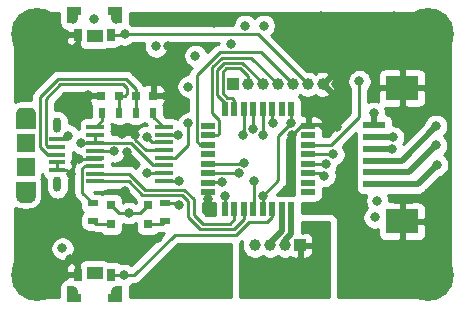
<source format=gtl>
G04 #@! TF.GenerationSoftware,KiCad,Pcbnew,(5.1.10)-1*
G04 #@! TF.CreationDate,2021-11-16T23:48:59-08:00*
G04 #@! TF.ProjectId,DigitalFadingLED,44696769-7461-46c4-9661-64696e674c45,rev?*
G04 #@! TF.SameCoordinates,Original*
G04 #@! TF.FileFunction,Copper,L1,Top*
G04 #@! TF.FilePolarity,Positive*
%FSLAX46Y46*%
G04 Gerber Fmt 4.6, Leading zero omitted, Abs format (unit mm)*
G04 Created by KiCad (PCBNEW (5.1.10)-1) date 2021-11-16 23:48:59*
%MOMM*%
%LPD*%
G01*
G04 APERTURE LIST*
G04 #@! TA.AperFunction,EtchedComponent*
%ADD10C,0.001000*%
G04 #@! TD*
G04 #@! TA.AperFunction,SMDPad,CuDef*
%ADD11R,2.799999X2.100000*%
G04 #@! TD*
G04 #@! TA.AperFunction,SMDPad,CuDef*
%ADD12R,1.900000X0.600000*%
G04 #@! TD*
G04 #@! TA.AperFunction,ComponentPad*
%ADD13C,1.000000*%
G04 #@! TD*
G04 #@! TA.AperFunction,ComponentPad*
%ADD14R,1.000000X1.000000*%
G04 #@! TD*
G04 #@! TA.AperFunction,SMDPad,CuDef*
%ADD15C,0.100000*%
G04 #@! TD*
G04 #@! TA.AperFunction,ComponentPad*
%ADD16C,0.800000*%
G04 #@! TD*
G04 #@! TA.AperFunction,SMDPad,CuDef*
%ADD17R,0.700000X1.100000*%
G04 #@! TD*
G04 #@! TA.AperFunction,SMDPad,CuDef*
%ADD18R,1.400000X1.100000*%
G04 #@! TD*
G04 #@! TA.AperFunction,ComponentPad*
%ADD19C,4.399999*%
G04 #@! TD*
G04 #@! TA.AperFunction,SMDPad,CuDef*
%ADD20R,0.800000X0.750000*%
G04 #@! TD*
G04 #@! TA.AperFunction,SMDPad,CuDef*
%ADD21R,0.800000X0.800000*%
G04 #@! TD*
G04 #@! TA.AperFunction,ComponentPad*
%ADD22O,1.550000X0.775000*%
G04 #@! TD*
G04 #@! TA.AperFunction,SMDPad,CuDef*
%ADD23R,1.550000X1.500000*%
G04 #@! TD*
G04 #@! TA.AperFunction,ComponentPad*
%ADD24O,0.650000X1.300000*%
G04 #@! TD*
G04 #@! TA.AperFunction,SMDPad,CuDef*
%ADD25R,1.350000X0.400000*%
G04 #@! TD*
G04 #@! TA.AperFunction,SMDPad,CuDef*
%ADD26R,0.500000X0.900000*%
G04 #@! TD*
G04 #@! TA.AperFunction,SMDPad,CuDef*
%ADD27R,0.900000X0.500000*%
G04 #@! TD*
G04 #@! TA.AperFunction,SMDPad,CuDef*
%ADD28R,1.200000X0.500000*%
G04 #@! TD*
G04 #@! TA.AperFunction,SMDPad,CuDef*
%ADD29R,0.500000X1.200000*%
G04 #@! TD*
G04 #@! TA.AperFunction,SMDPad,CuDef*
%ADD30R,1.500000X0.450000*%
G04 #@! TD*
G04 #@! TA.AperFunction,ViaPad*
%ADD31C,0.800000*%
G04 #@! TD*
G04 #@! TA.AperFunction,Conductor*
%ADD32C,0.250000*%
G04 #@! TD*
G04 #@! TA.AperFunction,Conductor*
%ADD33C,0.508000*%
G04 #@! TD*
G04 #@! TA.AperFunction,Conductor*
%ADD34C,0.254000*%
G04 #@! TD*
G04 #@! TA.AperFunction,Conductor*
%ADD35C,0.100000*%
G04 #@! TD*
G04 APERTURE END LIST*
D10*
G36*
X51582100Y-55005000D02*
G01*
X53137100Y-55005000D01*
X53137100Y-56202500D01*
X52937100Y-56202500D01*
X52936762Y-56190731D01*
X52935740Y-56177748D01*
X52934041Y-56164836D01*
X52931667Y-56152031D01*
X52928627Y-56139368D01*
X52924928Y-56126881D01*
X52920581Y-56114605D01*
X52915597Y-56102573D01*
X52909991Y-56090818D01*
X52903777Y-56079373D01*
X52896972Y-56068269D01*
X52889596Y-56057537D01*
X52881667Y-56047205D01*
X52873210Y-56037302D01*
X52864245Y-56027855D01*
X52854798Y-56018890D01*
X52844895Y-56010433D01*
X52834563Y-56002504D01*
X52823831Y-55995128D01*
X52812727Y-55988323D01*
X52801282Y-55982109D01*
X52789527Y-55976503D01*
X52777495Y-55971519D01*
X52765219Y-55967172D01*
X52752732Y-55963473D01*
X52740069Y-55960433D01*
X52727264Y-55958059D01*
X52714352Y-55956360D01*
X52701369Y-55955338D01*
X52687100Y-55955000D01*
X52677100Y-55955000D01*
X52047100Y-55955000D01*
X52037100Y-55955000D01*
X52024016Y-55955343D01*
X52010968Y-55956370D01*
X51997991Y-55958078D01*
X51985122Y-55960463D01*
X51972395Y-55963519D01*
X51959846Y-55967236D01*
X51947508Y-55971605D01*
X51935416Y-55976614D01*
X51923602Y-55982248D01*
X51912100Y-55988494D01*
X51900940Y-55995332D01*
X51890154Y-56002746D01*
X51879770Y-56010714D01*
X51869817Y-56019214D01*
X51860323Y-56028223D01*
X51851314Y-56037717D01*
X51842814Y-56047670D01*
X51834846Y-56058054D01*
X51827432Y-56068840D01*
X51820594Y-56080000D01*
X51814348Y-56091502D01*
X51808714Y-56103316D01*
X51803705Y-56115408D01*
X51799336Y-56127746D01*
X51795619Y-56140295D01*
X51792563Y-56153022D01*
X51790178Y-56165891D01*
X51788470Y-56178868D01*
X51787443Y-56191916D01*
X51787100Y-56205000D01*
X51787443Y-56218084D01*
X51788470Y-56231132D01*
X51790178Y-56244109D01*
X51792563Y-56256978D01*
X51795619Y-56269705D01*
X51799336Y-56282254D01*
X51803705Y-56294592D01*
X51808714Y-56306684D01*
X51814348Y-56318498D01*
X51820594Y-56330000D01*
X51827432Y-56341160D01*
X51834846Y-56351946D01*
X51842814Y-56362330D01*
X51851314Y-56372283D01*
X51860323Y-56381777D01*
X51869817Y-56390786D01*
X51879770Y-56399286D01*
X51890154Y-56407254D01*
X51900940Y-56414668D01*
X51912100Y-56421506D01*
X51923602Y-56427752D01*
X51935416Y-56433386D01*
X51947508Y-56438395D01*
X51959846Y-56442764D01*
X51972395Y-56446481D01*
X51985122Y-56449537D01*
X51997991Y-56451922D01*
X52010968Y-56453630D01*
X52024016Y-56454657D01*
X52037100Y-56455000D01*
X52687100Y-56455000D01*
X52701369Y-56454662D01*
X52714352Y-56453640D01*
X52727264Y-56451941D01*
X52740069Y-56449567D01*
X52752732Y-56446527D01*
X52765219Y-56442828D01*
X52777495Y-56438481D01*
X52789527Y-56433497D01*
X52801282Y-56427891D01*
X52812727Y-56421677D01*
X52823831Y-56414872D01*
X52834563Y-56407496D01*
X52844895Y-56399567D01*
X52854798Y-56391110D01*
X52864245Y-56382145D01*
X52873210Y-56372698D01*
X52881667Y-56362795D01*
X52889596Y-56352463D01*
X52896972Y-56341731D01*
X52903777Y-56330627D01*
X52909991Y-56319182D01*
X52915597Y-56307427D01*
X52920581Y-56295395D01*
X52924928Y-56283119D01*
X52928627Y-56270632D01*
X52931667Y-56257969D01*
X52934041Y-56245164D01*
X52935740Y-56232252D01*
X52936762Y-56219269D01*
X52937100Y-56207500D01*
X53137100Y-56207500D01*
X53136418Y-56232353D01*
X53134369Y-56258384D01*
X53130961Y-56284272D01*
X53126203Y-56309946D01*
X53120107Y-56335336D01*
X53112691Y-56360373D01*
X53103975Y-56384987D01*
X53093982Y-56409111D01*
X53082741Y-56432678D01*
X53070282Y-56455626D01*
X53056638Y-56477890D01*
X53041848Y-56499409D01*
X53025953Y-56520125D01*
X53008995Y-56539980D01*
X52991021Y-56558921D01*
X52972080Y-56576895D01*
X52952225Y-56593853D01*
X52931509Y-56609748D01*
X52909990Y-56624538D01*
X52887726Y-56638182D01*
X52864778Y-56650641D01*
X52841211Y-56661882D01*
X52817087Y-56671875D01*
X52792473Y-56680591D01*
X52767436Y-56688007D01*
X52742046Y-56694103D01*
X52716372Y-56698861D01*
X52690484Y-56702269D01*
X52664453Y-56704318D01*
X52637100Y-56705000D01*
X52087100Y-56705000D01*
X52060932Y-56704315D01*
X52034836Y-56702261D01*
X52008883Y-56698844D01*
X51983144Y-56694074D01*
X51957690Y-56687963D01*
X51932592Y-56680528D01*
X51907916Y-56671790D01*
X51883732Y-56661773D01*
X51860105Y-56650503D01*
X51837100Y-56638013D01*
X51814780Y-56624335D01*
X51793207Y-56609508D01*
X51772440Y-56593573D01*
X51752535Y-56576572D01*
X51733547Y-56558553D01*
X51715528Y-56539565D01*
X51698527Y-56519660D01*
X51682592Y-56498893D01*
X51667765Y-56477320D01*
X51654087Y-56455000D01*
X51641597Y-56431995D01*
X51630327Y-56408368D01*
X51620310Y-56384184D01*
X51611572Y-56359508D01*
X51604137Y-56334410D01*
X51598026Y-56308956D01*
X51593256Y-56283217D01*
X51589839Y-56257264D01*
X51587785Y-56231168D01*
X51587100Y-56205000D01*
X51587100Y-55010000D01*
X51582100Y-55010000D01*
X51582100Y-55005000D01*
G37*
X51582100Y-55005000D02*
X53137100Y-55005000D01*
X53137100Y-56202500D01*
X52937100Y-56202500D01*
X52936762Y-56190731D01*
X52935740Y-56177748D01*
X52934041Y-56164836D01*
X52931667Y-56152031D01*
X52928627Y-56139368D01*
X52924928Y-56126881D01*
X52920581Y-56114605D01*
X52915597Y-56102573D01*
X52909991Y-56090818D01*
X52903777Y-56079373D01*
X52896972Y-56068269D01*
X52889596Y-56057537D01*
X52881667Y-56047205D01*
X52873210Y-56037302D01*
X52864245Y-56027855D01*
X52854798Y-56018890D01*
X52844895Y-56010433D01*
X52834563Y-56002504D01*
X52823831Y-55995128D01*
X52812727Y-55988323D01*
X52801282Y-55982109D01*
X52789527Y-55976503D01*
X52777495Y-55971519D01*
X52765219Y-55967172D01*
X52752732Y-55963473D01*
X52740069Y-55960433D01*
X52727264Y-55958059D01*
X52714352Y-55956360D01*
X52701369Y-55955338D01*
X52687100Y-55955000D01*
X52677100Y-55955000D01*
X52047100Y-55955000D01*
X52037100Y-55955000D01*
X52024016Y-55955343D01*
X52010968Y-55956370D01*
X51997991Y-55958078D01*
X51985122Y-55960463D01*
X51972395Y-55963519D01*
X51959846Y-55967236D01*
X51947508Y-55971605D01*
X51935416Y-55976614D01*
X51923602Y-55982248D01*
X51912100Y-55988494D01*
X51900940Y-55995332D01*
X51890154Y-56002746D01*
X51879770Y-56010714D01*
X51869817Y-56019214D01*
X51860323Y-56028223D01*
X51851314Y-56037717D01*
X51842814Y-56047670D01*
X51834846Y-56058054D01*
X51827432Y-56068840D01*
X51820594Y-56080000D01*
X51814348Y-56091502D01*
X51808714Y-56103316D01*
X51803705Y-56115408D01*
X51799336Y-56127746D01*
X51795619Y-56140295D01*
X51792563Y-56153022D01*
X51790178Y-56165891D01*
X51788470Y-56178868D01*
X51787443Y-56191916D01*
X51787100Y-56205000D01*
X51787443Y-56218084D01*
X51788470Y-56231132D01*
X51790178Y-56244109D01*
X51792563Y-56256978D01*
X51795619Y-56269705D01*
X51799336Y-56282254D01*
X51803705Y-56294592D01*
X51808714Y-56306684D01*
X51814348Y-56318498D01*
X51820594Y-56330000D01*
X51827432Y-56341160D01*
X51834846Y-56351946D01*
X51842814Y-56362330D01*
X51851314Y-56372283D01*
X51860323Y-56381777D01*
X51869817Y-56390786D01*
X51879770Y-56399286D01*
X51890154Y-56407254D01*
X51900940Y-56414668D01*
X51912100Y-56421506D01*
X51923602Y-56427752D01*
X51935416Y-56433386D01*
X51947508Y-56438395D01*
X51959846Y-56442764D01*
X51972395Y-56446481D01*
X51985122Y-56449537D01*
X51997991Y-56451922D01*
X52010968Y-56453630D01*
X52024016Y-56454657D01*
X52037100Y-56455000D01*
X52687100Y-56455000D01*
X52701369Y-56454662D01*
X52714352Y-56453640D01*
X52727264Y-56451941D01*
X52740069Y-56449567D01*
X52752732Y-56446527D01*
X52765219Y-56442828D01*
X52777495Y-56438481D01*
X52789527Y-56433497D01*
X52801282Y-56427891D01*
X52812727Y-56421677D01*
X52823831Y-56414872D01*
X52834563Y-56407496D01*
X52844895Y-56399567D01*
X52854798Y-56391110D01*
X52864245Y-56382145D01*
X52873210Y-56372698D01*
X52881667Y-56362795D01*
X52889596Y-56352463D01*
X52896972Y-56341731D01*
X52903777Y-56330627D01*
X52909991Y-56319182D01*
X52915597Y-56307427D01*
X52920581Y-56295395D01*
X52924928Y-56283119D01*
X52928627Y-56270632D01*
X52931667Y-56257969D01*
X52934041Y-56245164D01*
X52935740Y-56232252D01*
X52936762Y-56219269D01*
X52937100Y-56207500D01*
X53137100Y-56207500D01*
X53136418Y-56232353D01*
X53134369Y-56258384D01*
X53130961Y-56284272D01*
X53126203Y-56309946D01*
X53120107Y-56335336D01*
X53112691Y-56360373D01*
X53103975Y-56384987D01*
X53093982Y-56409111D01*
X53082741Y-56432678D01*
X53070282Y-56455626D01*
X53056638Y-56477890D01*
X53041848Y-56499409D01*
X53025953Y-56520125D01*
X53008995Y-56539980D01*
X52991021Y-56558921D01*
X52972080Y-56576895D01*
X52952225Y-56593853D01*
X52931509Y-56609748D01*
X52909990Y-56624538D01*
X52887726Y-56638182D01*
X52864778Y-56650641D01*
X52841211Y-56661882D01*
X52817087Y-56671875D01*
X52792473Y-56680591D01*
X52767436Y-56688007D01*
X52742046Y-56694103D01*
X52716372Y-56698861D01*
X52690484Y-56702269D01*
X52664453Y-56704318D01*
X52637100Y-56705000D01*
X52087100Y-56705000D01*
X52060932Y-56704315D01*
X52034836Y-56702261D01*
X52008883Y-56698844D01*
X51983144Y-56694074D01*
X51957690Y-56687963D01*
X51932592Y-56680528D01*
X51907916Y-56671790D01*
X51883732Y-56661773D01*
X51860105Y-56650503D01*
X51837100Y-56638013D01*
X51814780Y-56624335D01*
X51793207Y-56609508D01*
X51772440Y-56593573D01*
X51752535Y-56576572D01*
X51733547Y-56558553D01*
X51715528Y-56539565D01*
X51698527Y-56519660D01*
X51682592Y-56498893D01*
X51667765Y-56477320D01*
X51654087Y-56455000D01*
X51641597Y-56431995D01*
X51630327Y-56408368D01*
X51620310Y-56384184D01*
X51611572Y-56359508D01*
X51604137Y-56334410D01*
X51598026Y-56308956D01*
X51593256Y-56283217D01*
X51589839Y-56257264D01*
X51587785Y-56231168D01*
X51587100Y-56205000D01*
X51587100Y-55010000D01*
X51582100Y-55010000D01*
X51582100Y-55005000D01*
G36*
X53142100Y-50405000D02*
G01*
X51587100Y-50405000D01*
X51587100Y-49207500D01*
X51787100Y-49207500D01*
X51787438Y-49219269D01*
X51788460Y-49232252D01*
X51790159Y-49245164D01*
X51792533Y-49257969D01*
X51795573Y-49270632D01*
X51799272Y-49283119D01*
X51803619Y-49295395D01*
X51808603Y-49307427D01*
X51814209Y-49319182D01*
X51820423Y-49330627D01*
X51827228Y-49341731D01*
X51834604Y-49352463D01*
X51842533Y-49362795D01*
X51850990Y-49372698D01*
X51859955Y-49382145D01*
X51869402Y-49391110D01*
X51879305Y-49399567D01*
X51889637Y-49407496D01*
X51900369Y-49414872D01*
X51911473Y-49421677D01*
X51922918Y-49427891D01*
X51934673Y-49433497D01*
X51946705Y-49438481D01*
X51958981Y-49442828D01*
X51971468Y-49446527D01*
X51984131Y-49449567D01*
X51996936Y-49451941D01*
X52009848Y-49453640D01*
X52022831Y-49454662D01*
X52037100Y-49455000D01*
X52047100Y-49455000D01*
X52677100Y-49455000D01*
X52687100Y-49455000D01*
X52700184Y-49454657D01*
X52713232Y-49453630D01*
X52726209Y-49451922D01*
X52739078Y-49449537D01*
X52751805Y-49446481D01*
X52764354Y-49442764D01*
X52776692Y-49438395D01*
X52788784Y-49433386D01*
X52800598Y-49427752D01*
X52812100Y-49421506D01*
X52823260Y-49414668D01*
X52834046Y-49407254D01*
X52844430Y-49399286D01*
X52854383Y-49390786D01*
X52863877Y-49381777D01*
X52872886Y-49372283D01*
X52881386Y-49362330D01*
X52889354Y-49351946D01*
X52896768Y-49341160D01*
X52903606Y-49330000D01*
X52909852Y-49318498D01*
X52915486Y-49306684D01*
X52920495Y-49294592D01*
X52924864Y-49282254D01*
X52928581Y-49269705D01*
X52931637Y-49256978D01*
X52934022Y-49244109D01*
X52935730Y-49231132D01*
X52936757Y-49218084D01*
X52937100Y-49205000D01*
X52936757Y-49191916D01*
X52935730Y-49178868D01*
X52934022Y-49165891D01*
X52931637Y-49153022D01*
X52928581Y-49140295D01*
X52924864Y-49127746D01*
X52920495Y-49115408D01*
X52915486Y-49103316D01*
X52909852Y-49091502D01*
X52903606Y-49080000D01*
X52896768Y-49068840D01*
X52889354Y-49058054D01*
X52881386Y-49047670D01*
X52872886Y-49037717D01*
X52863877Y-49028223D01*
X52854383Y-49019214D01*
X52844430Y-49010714D01*
X52834046Y-49002746D01*
X52823260Y-48995332D01*
X52812100Y-48988494D01*
X52800598Y-48982248D01*
X52788784Y-48976614D01*
X52776692Y-48971605D01*
X52764354Y-48967236D01*
X52751805Y-48963519D01*
X52739078Y-48960463D01*
X52726209Y-48958078D01*
X52713232Y-48956370D01*
X52700184Y-48955343D01*
X52687100Y-48955000D01*
X52037100Y-48955000D01*
X52022831Y-48955338D01*
X52009848Y-48956360D01*
X51996936Y-48958059D01*
X51984131Y-48960433D01*
X51971468Y-48963473D01*
X51958981Y-48967172D01*
X51946705Y-48971519D01*
X51934673Y-48976503D01*
X51922918Y-48982109D01*
X51911473Y-48988323D01*
X51900369Y-48995128D01*
X51889637Y-49002504D01*
X51879305Y-49010433D01*
X51869402Y-49018890D01*
X51859955Y-49027855D01*
X51850990Y-49037302D01*
X51842533Y-49047205D01*
X51834604Y-49057537D01*
X51827228Y-49068269D01*
X51820423Y-49079373D01*
X51814209Y-49090818D01*
X51808603Y-49102573D01*
X51803619Y-49114605D01*
X51799272Y-49126881D01*
X51795573Y-49139368D01*
X51792533Y-49152031D01*
X51790159Y-49164836D01*
X51788460Y-49177748D01*
X51787438Y-49190731D01*
X51787100Y-49202500D01*
X51587100Y-49202500D01*
X51587782Y-49177647D01*
X51589831Y-49151616D01*
X51593239Y-49125728D01*
X51597997Y-49100054D01*
X51604093Y-49074664D01*
X51611509Y-49049627D01*
X51620225Y-49025013D01*
X51630218Y-49000889D01*
X51641459Y-48977322D01*
X51653918Y-48954374D01*
X51667562Y-48932110D01*
X51682352Y-48910591D01*
X51698247Y-48889875D01*
X51715205Y-48870020D01*
X51733179Y-48851079D01*
X51752120Y-48833105D01*
X51771975Y-48816147D01*
X51792691Y-48800252D01*
X51814210Y-48785462D01*
X51836474Y-48771818D01*
X51859422Y-48759359D01*
X51882989Y-48748118D01*
X51907113Y-48738125D01*
X51931727Y-48729409D01*
X51956764Y-48721993D01*
X51982154Y-48715897D01*
X52007828Y-48711139D01*
X52033716Y-48707731D01*
X52059747Y-48705682D01*
X52087100Y-48705000D01*
X52637100Y-48705000D01*
X52663268Y-48705685D01*
X52689364Y-48707739D01*
X52715317Y-48711156D01*
X52741056Y-48715926D01*
X52766510Y-48722037D01*
X52791608Y-48729472D01*
X52816284Y-48738210D01*
X52840468Y-48748227D01*
X52864095Y-48759497D01*
X52887100Y-48771987D01*
X52909420Y-48785665D01*
X52930993Y-48800492D01*
X52951760Y-48816427D01*
X52971665Y-48833428D01*
X52990653Y-48851447D01*
X53008672Y-48870435D01*
X53025673Y-48890340D01*
X53041608Y-48911107D01*
X53056435Y-48932680D01*
X53070113Y-48955000D01*
X53082603Y-48978005D01*
X53093873Y-49001632D01*
X53103890Y-49025816D01*
X53112628Y-49050492D01*
X53120063Y-49075590D01*
X53126174Y-49101044D01*
X53130944Y-49126783D01*
X53134361Y-49152736D01*
X53136415Y-49178832D01*
X53137100Y-49205000D01*
X53137100Y-50400000D01*
X53142100Y-50400000D01*
X53142100Y-50405000D01*
G37*
X53142100Y-50405000D02*
X51587100Y-50405000D01*
X51587100Y-49207500D01*
X51787100Y-49207500D01*
X51787438Y-49219269D01*
X51788460Y-49232252D01*
X51790159Y-49245164D01*
X51792533Y-49257969D01*
X51795573Y-49270632D01*
X51799272Y-49283119D01*
X51803619Y-49295395D01*
X51808603Y-49307427D01*
X51814209Y-49319182D01*
X51820423Y-49330627D01*
X51827228Y-49341731D01*
X51834604Y-49352463D01*
X51842533Y-49362795D01*
X51850990Y-49372698D01*
X51859955Y-49382145D01*
X51869402Y-49391110D01*
X51879305Y-49399567D01*
X51889637Y-49407496D01*
X51900369Y-49414872D01*
X51911473Y-49421677D01*
X51922918Y-49427891D01*
X51934673Y-49433497D01*
X51946705Y-49438481D01*
X51958981Y-49442828D01*
X51971468Y-49446527D01*
X51984131Y-49449567D01*
X51996936Y-49451941D01*
X52009848Y-49453640D01*
X52022831Y-49454662D01*
X52037100Y-49455000D01*
X52047100Y-49455000D01*
X52677100Y-49455000D01*
X52687100Y-49455000D01*
X52700184Y-49454657D01*
X52713232Y-49453630D01*
X52726209Y-49451922D01*
X52739078Y-49449537D01*
X52751805Y-49446481D01*
X52764354Y-49442764D01*
X52776692Y-49438395D01*
X52788784Y-49433386D01*
X52800598Y-49427752D01*
X52812100Y-49421506D01*
X52823260Y-49414668D01*
X52834046Y-49407254D01*
X52844430Y-49399286D01*
X52854383Y-49390786D01*
X52863877Y-49381777D01*
X52872886Y-49372283D01*
X52881386Y-49362330D01*
X52889354Y-49351946D01*
X52896768Y-49341160D01*
X52903606Y-49330000D01*
X52909852Y-49318498D01*
X52915486Y-49306684D01*
X52920495Y-49294592D01*
X52924864Y-49282254D01*
X52928581Y-49269705D01*
X52931637Y-49256978D01*
X52934022Y-49244109D01*
X52935730Y-49231132D01*
X52936757Y-49218084D01*
X52937100Y-49205000D01*
X52936757Y-49191916D01*
X52935730Y-49178868D01*
X52934022Y-49165891D01*
X52931637Y-49153022D01*
X52928581Y-49140295D01*
X52924864Y-49127746D01*
X52920495Y-49115408D01*
X52915486Y-49103316D01*
X52909852Y-49091502D01*
X52903606Y-49080000D01*
X52896768Y-49068840D01*
X52889354Y-49058054D01*
X52881386Y-49047670D01*
X52872886Y-49037717D01*
X52863877Y-49028223D01*
X52854383Y-49019214D01*
X52844430Y-49010714D01*
X52834046Y-49002746D01*
X52823260Y-48995332D01*
X52812100Y-48988494D01*
X52800598Y-48982248D01*
X52788784Y-48976614D01*
X52776692Y-48971605D01*
X52764354Y-48967236D01*
X52751805Y-48963519D01*
X52739078Y-48960463D01*
X52726209Y-48958078D01*
X52713232Y-48956370D01*
X52700184Y-48955343D01*
X52687100Y-48955000D01*
X52037100Y-48955000D01*
X52022831Y-48955338D01*
X52009848Y-48956360D01*
X51996936Y-48958059D01*
X51984131Y-48960433D01*
X51971468Y-48963473D01*
X51958981Y-48967172D01*
X51946705Y-48971519D01*
X51934673Y-48976503D01*
X51922918Y-48982109D01*
X51911473Y-48988323D01*
X51900369Y-48995128D01*
X51889637Y-49002504D01*
X51879305Y-49010433D01*
X51869402Y-49018890D01*
X51859955Y-49027855D01*
X51850990Y-49037302D01*
X51842533Y-49047205D01*
X51834604Y-49057537D01*
X51827228Y-49068269D01*
X51820423Y-49079373D01*
X51814209Y-49090818D01*
X51808603Y-49102573D01*
X51803619Y-49114605D01*
X51799272Y-49126881D01*
X51795573Y-49139368D01*
X51792533Y-49152031D01*
X51790159Y-49164836D01*
X51788460Y-49177748D01*
X51787438Y-49190731D01*
X51787100Y-49202500D01*
X51587100Y-49202500D01*
X51587782Y-49177647D01*
X51589831Y-49151616D01*
X51593239Y-49125728D01*
X51597997Y-49100054D01*
X51604093Y-49074664D01*
X51611509Y-49049627D01*
X51620225Y-49025013D01*
X51630218Y-49000889D01*
X51641459Y-48977322D01*
X51653918Y-48954374D01*
X51667562Y-48932110D01*
X51682352Y-48910591D01*
X51698247Y-48889875D01*
X51715205Y-48870020D01*
X51733179Y-48851079D01*
X51752120Y-48833105D01*
X51771975Y-48816147D01*
X51792691Y-48800252D01*
X51814210Y-48785462D01*
X51836474Y-48771818D01*
X51859422Y-48759359D01*
X51882989Y-48748118D01*
X51907113Y-48738125D01*
X51931727Y-48729409D01*
X51956764Y-48721993D01*
X51982154Y-48715897D01*
X52007828Y-48711139D01*
X52033716Y-48707731D01*
X52059747Y-48705682D01*
X52087100Y-48705000D01*
X52637100Y-48705000D01*
X52663268Y-48705685D01*
X52689364Y-48707739D01*
X52715317Y-48711156D01*
X52741056Y-48715926D01*
X52766510Y-48722037D01*
X52791608Y-48729472D01*
X52816284Y-48738210D01*
X52840468Y-48748227D01*
X52864095Y-48759497D01*
X52887100Y-48771987D01*
X52909420Y-48785665D01*
X52930993Y-48800492D01*
X52951760Y-48816427D01*
X52971665Y-48833428D01*
X52990653Y-48851447D01*
X53008672Y-48870435D01*
X53025673Y-48890340D01*
X53041608Y-48911107D01*
X53056435Y-48932680D01*
X53070113Y-48955000D01*
X53082603Y-48978005D01*
X53093873Y-49001632D01*
X53103890Y-49025816D01*
X53112628Y-49050492D01*
X53120063Y-49075590D01*
X53126174Y-49101044D01*
X53130944Y-49126783D01*
X53134361Y-49152736D01*
X53136415Y-49178832D01*
X53137100Y-49205000D01*
X53137100Y-50400000D01*
X53142100Y-50400000D01*
X53142100Y-50405000D01*
D11*
X84239600Y-47049000D03*
X84239600Y-58349000D03*
D12*
X81889600Y-55199000D03*
X81889600Y-50199000D03*
X81889600Y-51199000D03*
X81889600Y-52199000D03*
X81889600Y-53199000D03*
X81889600Y-54199000D03*
D13*
X71793100Y-60358020D03*
X73063100Y-60358020D03*
X74333100Y-60358020D03*
D14*
X75603100Y-60358020D03*
G04 #@! TA.AperFunction,SMDPad,CuDef*
D15*
G36*
X60537100Y-41587300D02*
G01*
X60002100Y-41587300D01*
X60002100Y-41585304D01*
X59978408Y-41582971D01*
X59939908Y-41575313D01*
X59902344Y-41563918D01*
X59866078Y-41548896D01*
X59831459Y-41530391D01*
X59798820Y-41508583D01*
X59768476Y-41483680D01*
X59740720Y-41455924D01*
X59715817Y-41425580D01*
X59694009Y-41392941D01*
X59675504Y-41358322D01*
X59660482Y-41322056D01*
X59649087Y-41284492D01*
X59641429Y-41245992D01*
X59637582Y-41206927D01*
X59637582Y-41187300D01*
X59637100Y-41187300D01*
X59637100Y-40887300D01*
X59387100Y-40887300D01*
X59387100Y-40237300D01*
X60537100Y-40237300D01*
X60537100Y-41587300D01*
G37*
G04 #@! TD.AperFunction*
G04 #@! TA.AperFunction,SMDPad,CuDef*
G36*
X57027100Y-40887300D02*
G01*
X56777100Y-40887300D01*
X56777100Y-41187300D01*
X56776618Y-41187300D01*
X56776618Y-41206927D01*
X56772771Y-41245992D01*
X56765113Y-41284492D01*
X56753718Y-41322056D01*
X56738696Y-41358322D01*
X56720191Y-41392941D01*
X56698383Y-41425580D01*
X56673480Y-41455924D01*
X56645724Y-41483680D01*
X56615380Y-41508583D01*
X56582741Y-41530391D01*
X56548122Y-41548896D01*
X56511856Y-41563918D01*
X56474292Y-41575313D01*
X56435792Y-41582971D01*
X56412100Y-41585304D01*
X56412100Y-41587300D01*
X55877100Y-41587300D01*
X55877100Y-40237300D01*
X57027100Y-40237300D01*
X57027100Y-40887300D01*
G37*
G04 #@! TD.AperFunction*
D16*
X60037100Y-41182300D03*
X56377100Y-41182300D03*
D17*
X59607100Y-42532300D03*
D18*
X58207100Y-42682300D03*
D17*
X56807100Y-42532300D03*
G04 #@! TA.AperFunction,SMDPad,CuDef*
D15*
G36*
X55874100Y-63822700D02*
G01*
X56409100Y-63822700D01*
X56409100Y-63824696D01*
X56432792Y-63827029D01*
X56471292Y-63834687D01*
X56508856Y-63846082D01*
X56545122Y-63861104D01*
X56579741Y-63879609D01*
X56612380Y-63901417D01*
X56642724Y-63926320D01*
X56670480Y-63954076D01*
X56695383Y-63984420D01*
X56717191Y-64017059D01*
X56735696Y-64051678D01*
X56750718Y-64087944D01*
X56762113Y-64125508D01*
X56769771Y-64164008D01*
X56773618Y-64203073D01*
X56773618Y-64222700D01*
X56774100Y-64222700D01*
X56774100Y-64522700D01*
X57024100Y-64522700D01*
X57024100Y-65172700D01*
X55874100Y-65172700D01*
X55874100Y-63822700D01*
G37*
G04 #@! TD.AperFunction*
G04 #@! TA.AperFunction,SMDPad,CuDef*
G36*
X59384100Y-64522700D02*
G01*
X59634100Y-64522700D01*
X59634100Y-64222700D01*
X59634582Y-64222700D01*
X59634582Y-64203073D01*
X59638429Y-64164008D01*
X59646087Y-64125508D01*
X59657482Y-64087944D01*
X59672504Y-64051678D01*
X59691009Y-64017059D01*
X59712817Y-63984420D01*
X59737720Y-63954076D01*
X59765476Y-63926320D01*
X59795820Y-63901417D01*
X59828459Y-63879609D01*
X59863078Y-63861104D01*
X59899344Y-63846082D01*
X59936908Y-63834687D01*
X59975408Y-63827029D01*
X59999100Y-63824696D01*
X59999100Y-63822700D01*
X60534100Y-63822700D01*
X60534100Y-65172700D01*
X59384100Y-65172700D01*
X59384100Y-64522700D01*
G37*
G04 #@! TD.AperFunction*
D16*
X56374100Y-64227700D03*
X60034100Y-64227700D03*
D17*
X56804100Y-62877700D03*
D18*
X58204100Y-62727700D03*
D17*
X59604100Y-62877700D03*
D19*
X86448900Y-42506900D03*
X86448900Y-62903100D03*
X53340000Y-62903100D03*
X53340000Y-42506900D03*
D20*
X61683200Y-47688500D03*
X63183200Y-47688500D03*
X60286900Y-47688500D03*
X58786900Y-47688500D03*
D21*
X62725300Y-56946800D03*
X62725300Y-58546800D03*
X59563000Y-58572200D03*
X59563000Y-56972200D03*
D22*
X52362100Y-56205000D03*
D23*
X52362100Y-53705000D03*
X52362100Y-51705000D03*
D22*
X52362100Y-49205000D03*
D24*
X55062100Y-55205000D03*
X55062100Y-50205000D03*
D25*
X55062100Y-54005000D03*
X55062100Y-53355000D03*
X55062100Y-52705000D03*
X55062100Y-52055000D03*
X55062100Y-51405000D03*
D26*
X60299600Y-49149000D03*
X58799600Y-49149000D03*
X63183900Y-49161700D03*
X61683900Y-49161700D03*
D27*
X64185800Y-56818400D03*
X64185800Y-58318400D03*
X58077100Y-58319100D03*
X58077100Y-56819100D03*
D28*
X67803100Y-50265100D03*
X67803100Y-51065100D03*
X67803100Y-51865100D03*
X67803100Y-52665100D03*
X67803100Y-53465100D03*
X67803100Y-54265100D03*
X67803100Y-55065100D03*
X67803100Y-55865100D03*
D29*
X69253100Y-48815100D03*
X70053100Y-48815100D03*
X70853100Y-48815100D03*
X71653100Y-48815100D03*
X72453100Y-48815100D03*
X73253100Y-48815100D03*
X74053100Y-48815100D03*
X74853100Y-48815100D03*
X74853100Y-57315100D03*
X74053100Y-57315100D03*
X73253100Y-57315100D03*
X72453100Y-57315100D03*
X71653100Y-57315100D03*
X70853100Y-57315100D03*
X70053100Y-57315100D03*
X69253100Y-57315100D03*
D28*
X76303100Y-53465100D03*
X76303100Y-50265100D03*
X76303100Y-51865100D03*
X76303100Y-52665100D03*
X76303100Y-51065100D03*
X76303100Y-55865100D03*
X76303100Y-55065100D03*
X76303100Y-54265100D03*
D30*
X64058800Y-54914800D03*
X64058800Y-54264800D03*
X64058800Y-53614800D03*
X64058800Y-52964800D03*
X64058800Y-52314800D03*
X64058800Y-51664800D03*
X64058800Y-51014800D03*
X64058800Y-50374800D03*
X58258800Y-50374800D03*
X58258800Y-51034800D03*
X58258800Y-51694800D03*
X58258800Y-52354800D03*
X58258800Y-53004800D03*
X58258800Y-53654800D03*
X58258800Y-54314800D03*
X58258800Y-54964800D03*
D14*
X69888100Y-46736000D03*
D13*
X71158100Y-46736000D03*
X72428100Y-46736000D03*
X73698100Y-46736000D03*
X74968100Y-46736000D03*
X76238100Y-46736000D03*
X77508100Y-46736000D03*
D31*
X57658000Y-47612300D03*
X64262000Y-47688500D03*
X56172100Y-54368700D03*
X56908700Y-53022500D03*
X60985246Y-52476554D03*
X60820300Y-55740300D03*
X61644092Y-51069902D03*
X56451500Y-49745900D03*
X60528200Y-50969800D03*
X67818000Y-56476900D03*
X55651400Y-58521600D03*
X53987700Y-58559700D03*
X63576200Y-59728100D03*
X56121300Y-61556900D03*
X56108600Y-43713400D03*
X52806600Y-45999400D03*
X84467700Y-48920400D03*
X79629000Y-58039000D03*
X79527400Y-48348900D03*
X78714600Y-50330100D03*
X74892356Y-51037915D03*
X78663800Y-46736000D03*
X64450334Y-43521671D03*
X68313300Y-41579800D03*
X69773800Y-43314771D03*
X74714100Y-55676800D03*
X83553300Y-40970200D03*
X77393800Y-40970200D03*
X62166500Y-41008300D03*
X55448200Y-45173900D03*
X58140600Y-45212000D03*
X61925200Y-45770800D03*
X60020200Y-45173900D03*
X56730900Y-45135800D03*
X64566800Y-48996600D03*
X51866800Y-58610500D03*
X51904900Y-60299600D03*
X62369700Y-64401700D03*
X65443100Y-64427100D03*
X68465700Y-64439800D03*
X81064100Y-64363600D03*
X87909400Y-60286900D03*
X87922100Y-55587900D03*
X87934800Y-48171100D03*
X87909400Y-45415200D03*
X55994300Y-51079400D03*
X59829700Y-52419800D03*
X55486300Y-60629800D03*
X82143600Y-56578500D03*
X69227700Y-56159400D03*
X72440800Y-56210200D03*
X74879200Y-50038000D03*
X58153300Y-41173400D03*
X66153099Y-46926500D03*
X60744100Y-42519600D03*
X71666100Y-54940200D03*
X60680600Y-62890400D03*
X57035700Y-51701700D03*
X61125100Y-57645300D03*
X87134700Y-51904900D03*
X87134700Y-50266600D03*
X83413600Y-52222400D03*
X81927700Y-58013600D03*
X83464814Y-51223710D03*
X81889600Y-49187100D03*
X87198200Y-53555900D03*
X73328100Y-50015092D03*
X66153099Y-50050700D03*
X65354200Y-54927500D03*
X72487103Y-51007006D03*
X62636400Y-51193700D03*
X62649100Y-54254400D03*
X71628000Y-50495200D03*
X70778096Y-51022140D03*
X69011800Y-55016400D03*
X77673200Y-54495700D03*
X65259939Y-50995371D03*
X65341500Y-56921400D03*
X70408800Y-54279800D03*
X63423800Y-43522900D03*
X70967600Y-41794600D03*
X70876688Y-53396011D03*
X66751200Y-44335700D03*
X72529700Y-41795700D03*
X77774800Y-53467000D03*
X80632300Y-46482000D03*
X78435200Y-52666900D03*
D32*
X57734200Y-47688500D02*
X57658000Y-47612300D01*
X58786900Y-47688500D02*
X57734200Y-47688500D01*
X63183200Y-47688500D02*
X64262000Y-47688500D01*
X55062100Y-54005000D02*
X55062100Y-53355000D01*
X55808400Y-54005000D02*
X56172100Y-54368700D01*
X55062100Y-54005000D02*
X55808400Y-54005000D01*
X56921400Y-53035200D02*
X56908700Y-53022500D01*
X58750200Y-53035200D02*
X56921400Y-53035200D01*
X61644092Y-51425988D02*
X61644092Y-51069902D01*
X62532904Y-52314800D02*
X61644092Y-51425988D01*
X64058800Y-52314800D02*
X62532904Y-52314800D01*
X67803100Y-56462000D02*
X67818000Y-56476900D01*
X67803100Y-55865100D02*
X67803100Y-56462000D01*
X56121300Y-61556900D02*
X56819800Y-62255400D01*
X56819800Y-62862000D02*
X56804100Y-62877700D01*
X56819800Y-62255400D02*
X56819800Y-62862000D01*
X56108600Y-43713400D02*
X56705500Y-43116500D01*
X56705500Y-42633900D02*
X56807100Y-42532300D01*
X56705500Y-43116500D02*
X56705500Y-42633900D01*
X74952287Y-51037915D02*
X74892356Y-51037915D01*
X75725102Y-50265100D02*
X74952287Y-51037915D01*
X76303100Y-50265100D02*
X75725102Y-50265100D01*
X55062100Y-51405000D02*
X55668700Y-51405000D01*
X55668700Y-51405000D02*
X55994300Y-51079400D01*
X59764700Y-52354800D02*
X59829700Y-52419800D01*
X58258800Y-52354800D02*
X59764700Y-52354800D01*
X69227700Y-57289700D02*
X69253100Y-57315100D01*
X69227700Y-56159400D02*
X69227700Y-57289700D01*
X72453100Y-56222500D02*
X72440800Y-56210200D01*
X72453100Y-57315100D02*
X72453100Y-56222500D01*
X74853100Y-50011900D02*
X74879200Y-50038000D01*
X74853100Y-48815100D02*
X74853100Y-50011900D01*
X74819269Y-50038000D02*
X73774300Y-51082969D01*
X74879200Y-50038000D02*
X74819269Y-50038000D01*
X73774300Y-54876700D02*
X72440800Y-56210200D01*
X73774300Y-51082969D02*
X73774300Y-54876700D01*
X60731400Y-42532300D02*
X60744100Y-42519600D01*
X59607100Y-42532300D02*
X60731400Y-42532300D01*
X71666100Y-57302100D02*
X71653100Y-57315100D01*
X71666100Y-54940200D02*
X71666100Y-57302100D01*
X72021700Y-42519600D02*
X76238100Y-46736000D01*
X60744100Y-42519600D02*
X72021700Y-42519600D01*
X60667900Y-62877700D02*
X60680600Y-62890400D01*
X59604100Y-62877700D02*
X60667900Y-62877700D01*
X73253100Y-57950102D02*
X72834002Y-58369200D01*
X73253100Y-57315100D02*
X73253100Y-57950102D01*
X71285410Y-58369200D02*
X70175000Y-59479610D01*
X72834002Y-58369200D02*
X71285410Y-58369200D01*
X70175000Y-59479610D02*
X64980390Y-59479610D01*
X61569600Y-62890400D02*
X60680600Y-62890400D01*
X64980390Y-59479610D02*
X61569600Y-62890400D01*
X61683200Y-49161000D02*
X61683900Y-49161700D01*
X61683200Y-47688500D02*
X61683200Y-49161000D01*
X53612089Y-47784711D02*
X55123510Y-46273290D01*
X53612089Y-52051401D02*
X53612089Y-47784711D01*
X54265688Y-52705000D02*
X53612089Y-52051401D01*
X55062100Y-52705000D02*
X54265688Y-52705000D01*
X61683200Y-47127590D02*
X61683200Y-47688500D01*
X60828901Y-46273291D02*
X61683200Y-47127590D01*
X55123510Y-46273290D02*
X60828901Y-46273291D01*
X60286900Y-49136300D02*
X60299600Y-49149000D01*
X60286900Y-47688500D02*
X60286900Y-49136300D01*
X60958199Y-47487101D02*
X60756800Y-47688500D01*
X60958199Y-47064399D02*
X60958199Y-47487101D01*
X60642500Y-46748700D02*
X60958199Y-47064399D01*
X55309910Y-46723300D02*
X60642500Y-46723300D01*
X54062099Y-47971111D02*
X55309910Y-46723300D01*
X60756800Y-47688500D02*
X60286900Y-47688500D01*
X60642500Y-46723300D02*
X60642500Y-46748700D01*
X54062099Y-51865001D02*
X54062099Y-47971111D01*
X54252098Y-52055000D02*
X54062099Y-51865001D01*
X55062100Y-52055000D02*
X54252098Y-52055000D01*
X58258800Y-51694800D02*
X58258800Y-51034800D01*
X61276494Y-51694800D02*
X58258800Y-51694800D01*
X63196494Y-53614800D02*
X61276494Y-51694800D01*
X64058800Y-53614800D02*
X63196494Y-53614800D01*
X57042600Y-51694800D02*
X57035700Y-51701700D01*
X58258800Y-51694800D02*
X57042600Y-51694800D01*
X60236100Y-57645300D02*
X59563000Y-56972200D01*
X61125100Y-57645300D02*
X60236100Y-57645300D01*
X62026800Y-57645300D02*
X62725300Y-56946800D01*
X61125100Y-57645300D02*
X62026800Y-57645300D01*
X63957400Y-58546800D02*
X64185800Y-58318400D01*
X62725300Y-58546800D02*
X63957400Y-58546800D01*
X58330200Y-58572200D02*
X58077100Y-58319100D01*
X59563000Y-58572200D02*
X58330200Y-58572200D01*
D33*
X84840600Y-54199000D02*
X81889600Y-54199000D01*
X87134700Y-51904900D02*
X84840600Y-54199000D01*
X84202300Y-53199000D02*
X81889600Y-53199000D01*
X87134700Y-50266600D02*
X84202300Y-53199000D01*
X83390200Y-52199000D02*
X83413600Y-52222400D01*
X81889600Y-52199000D02*
X83390200Y-52199000D01*
X83440104Y-51199000D02*
X83464814Y-51223710D01*
X81889600Y-51199000D02*
X83440104Y-51199000D01*
X81889600Y-50199000D02*
X81889600Y-49187100D01*
X85555100Y-55199000D02*
X81889600Y-55199000D01*
X87198200Y-53555900D02*
X85555100Y-55199000D01*
D32*
X67803100Y-51065100D02*
X68607000Y-51065100D01*
X68981901Y-44489781D02*
X71451881Y-44489781D01*
X71451881Y-44489781D02*
X73698100Y-46736000D01*
X68163081Y-45308599D02*
X68981901Y-44489781D01*
X68163081Y-49160083D02*
X68163081Y-45308599D01*
X68743099Y-49740101D02*
X68163081Y-49160083D01*
X68743099Y-50929001D02*
X68743099Y-49740101D01*
X68607000Y-51065100D02*
X68743099Y-50929001D01*
X68795501Y-44039771D02*
X72271871Y-44039771D01*
X66878099Y-45957173D02*
X68795501Y-44039771D01*
X66878099Y-51575101D02*
X66878099Y-45957173D01*
X67168098Y-51865100D02*
X66878099Y-51575101D01*
X72271871Y-44039771D02*
X74968100Y-46736000D01*
X67803100Y-51865100D02*
X67168098Y-51865100D01*
D33*
X73063100Y-60192743D02*
X73063100Y-60358020D01*
X74053100Y-59202743D02*
X73063100Y-60192743D01*
X74053100Y-57315100D02*
X74053100Y-59202743D01*
X74333100Y-59924019D02*
X74333100Y-60358020D01*
X74853100Y-59404019D02*
X74333100Y-59924019D01*
X74853100Y-57315100D02*
X74853100Y-59404019D01*
D32*
X73253100Y-49940092D02*
X73328100Y-50015092D01*
X73253100Y-48815100D02*
X73253100Y-49940092D01*
X66153099Y-51870501D02*
X66153099Y-50050700D01*
X65058800Y-52964800D02*
X66153099Y-51870501D01*
X64058800Y-52964800D02*
X65058800Y-52964800D01*
X65341500Y-54914800D02*
X65354200Y-54927500D01*
X64058800Y-54914800D02*
X65341500Y-54914800D01*
X72453100Y-50973003D02*
X72487103Y-51007006D01*
X72453100Y-48815100D02*
X72453100Y-50973003D01*
X63107500Y-51664800D02*
X62636400Y-51193700D01*
X64058800Y-51664800D02*
X63107500Y-51664800D01*
X62659500Y-54264800D02*
X62649100Y-54254400D01*
X64058800Y-54264800D02*
X62659500Y-54264800D01*
X71653100Y-50470100D02*
X71628000Y-50495200D01*
X71653100Y-48815100D02*
X71653100Y-50470100D01*
X70853100Y-50947136D02*
X70778096Y-51022140D01*
X70853100Y-48815100D02*
X70853100Y-50947136D01*
X67851800Y-55016400D02*
X67803100Y-55065100D01*
X69011800Y-55016400D02*
X67851800Y-55016400D01*
X77442600Y-54265100D02*
X77673200Y-54495700D01*
X76303100Y-54265100D02*
X77442600Y-54265100D01*
X58799600Y-49834000D02*
X58258800Y-50374800D01*
X58799600Y-49149000D02*
X58799600Y-49834000D01*
X63183900Y-49499900D02*
X64058800Y-50374800D01*
X63183900Y-49161700D02*
X63183900Y-49499900D01*
X65240510Y-51014800D02*
X65259939Y-50995371D01*
X64058800Y-51014800D02*
X65240510Y-51014800D01*
X65238500Y-56818400D02*
X65341500Y-56921400D01*
X64185800Y-56818400D02*
X65238500Y-56818400D01*
X57358798Y-53654800D02*
X58258800Y-53654800D01*
X57183799Y-53829799D02*
X57358798Y-53654800D01*
X57183799Y-55925799D02*
X57183799Y-53829799D01*
X58077100Y-56819100D02*
X57183799Y-55925799D01*
X70394100Y-54265100D02*
X70408800Y-54279800D01*
X67803100Y-54265100D02*
X70394100Y-54265100D01*
X70807599Y-53465100D02*
X70876688Y-53396011D01*
X67803100Y-53465100D02*
X70807599Y-53465100D01*
X69253100Y-48815100D02*
X69253100Y-48322412D01*
X72428100Y-46662484D02*
X72428100Y-46736000D01*
X70705407Y-44939791D02*
X72428100Y-46662484D01*
X69168300Y-44939790D02*
X70705407Y-44939791D01*
X68613090Y-45495000D02*
X69168300Y-44939790D01*
X68613089Y-47682401D02*
X68613090Y-45495000D01*
X69253100Y-48322412D02*
X68613089Y-47682401D01*
X71158100Y-46028894D02*
X70519006Y-45389800D01*
X71158100Y-46736000D02*
X71158100Y-46028894D01*
X70519006Y-45389800D02*
X69354700Y-45389800D01*
X69457197Y-47890099D02*
X69835699Y-47890099D01*
X69063099Y-47496001D02*
X69457197Y-47890099D01*
X69063099Y-45681401D02*
X69063099Y-47496001D01*
X69354700Y-45389800D02*
X69063099Y-45681401D01*
X70053100Y-48107500D02*
X70053100Y-48815100D01*
X69835699Y-47890099D02*
X70053100Y-48107500D01*
X58258800Y-54314800D02*
X61105916Y-54314800D01*
X62449706Y-55658590D02*
X65788102Y-55658590D01*
X61105916Y-54314800D02*
X62449706Y-55658590D01*
X65788102Y-55658590D02*
X66604310Y-56474798D01*
X66604310Y-57815910D02*
X67367990Y-58579590D01*
X66604310Y-56474798D02*
X66604310Y-57815910D01*
X70053100Y-58165100D02*
X70053100Y-57315100D01*
X69638610Y-58579590D02*
X70053100Y-58165100D01*
X67367990Y-58579590D02*
X69638610Y-58579590D01*
X76305000Y-53467000D02*
X76303100Y-53465100D01*
X77774800Y-53467000D02*
X76305000Y-53467000D01*
X80632300Y-49485402D02*
X80632300Y-46482000D01*
X78252602Y-51865100D02*
X80632300Y-49485402D01*
X76303100Y-51865100D02*
X78252602Y-51865100D01*
X78433400Y-52665100D02*
X78435200Y-52666900D01*
X76303100Y-52665100D02*
X78433400Y-52665100D01*
X61117802Y-54964800D02*
X62261602Y-56108600D01*
X58258800Y-54964800D02*
X61117802Y-54964800D01*
X65601702Y-56108600D02*
X66154300Y-56661198D01*
X62261602Y-56108600D02*
X65601702Y-56108600D01*
X66154300Y-56661198D02*
X66154300Y-58013600D01*
X66154300Y-58013600D02*
X67170300Y-59029600D01*
X70853100Y-58165100D02*
X70853100Y-57315100D01*
X69988600Y-59029600D02*
X70853100Y-58165100D01*
X67170300Y-59029600D02*
X69988600Y-59029600D01*
D34*
X69723000Y-64745000D02*
X61172172Y-64745000D01*
X61172172Y-63822700D01*
X61170692Y-63807673D01*
X61170856Y-63807605D01*
X61340374Y-63694337D01*
X61384311Y-63650400D01*
X61532278Y-63650400D01*
X61569600Y-63654076D01*
X61606922Y-63650400D01*
X61606933Y-63650400D01*
X61718586Y-63639403D01*
X61861847Y-63595946D01*
X61993876Y-63525374D01*
X62109601Y-63430401D01*
X62133404Y-63401397D01*
X65295193Y-60239610D01*
X69723000Y-60239610D01*
X69723000Y-64745000D01*
G04 #@! TA.AperFunction,Conductor*
D35*
G36*
X69723000Y-64745000D02*
G01*
X61172172Y-64745000D01*
X61172172Y-63822700D01*
X61170692Y-63807673D01*
X61170856Y-63807605D01*
X61340374Y-63694337D01*
X61384311Y-63650400D01*
X61532278Y-63650400D01*
X61569600Y-63654076D01*
X61606922Y-63650400D01*
X61606933Y-63650400D01*
X61718586Y-63639403D01*
X61861847Y-63595946D01*
X61993876Y-63525374D01*
X62109601Y-63430401D01*
X62133404Y-63401397D01*
X65295193Y-60239610D01*
X69723000Y-60239610D01*
X69723000Y-64745000D01*
G37*
G04 #@! TD.AperFunction*
D34*
X56375926Y-52505637D02*
X56545444Y-52618905D01*
X56733802Y-52696926D01*
X56876281Y-52725267D01*
X56873800Y-52748050D01*
X56906047Y-52780297D01*
X56919298Y-52823980D01*
X56978263Y-52934294D01*
X57013717Y-52977495D01*
X56934522Y-53019826D01*
X56818797Y-53114799D01*
X56794994Y-53143803D01*
X56672797Y-53266000D01*
X56643799Y-53289798D01*
X56620001Y-53318796D01*
X56620000Y-53318797D01*
X56548825Y-53405523D01*
X56478253Y-53537553D01*
X56456504Y-53609254D01*
X56434797Y-53680813D01*
X56434124Y-53687644D01*
X56420123Y-53829799D01*
X56423800Y-53867131D01*
X56423799Y-55888476D01*
X56420123Y-55925799D01*
X56423799Y-55963121D01*
X56423799Y-55963131D01*
X56434796Y-56074784D01*
X56475365Y-56208524D01*
X56478253Y-56218045D01*
X56548825Y-56350075D01*
X56585549Y-56394823D01*
X56643798Y-56465800D01*
X56672801Y-56489602D01*
X56989028Y-56805830D01*
X56989028Y-57069100D01*
X57001288Y-57193582D01*
X57037598Y-57313280D01*
X57096563Y-57423594D01*
X57175915Y-57520285D01*
X57235396Y-57569100D01*
X57175915Y-57617915D01*
X57096563Y-57714606D01*
X57037598Y-57824920D01*
X57001288Y-57944618D01*
X56989028Y-58069100D01*
X56989028Y-58569100D01*
X57001288Y-58693582D01*
X57037598Y-58813280D01*
X57096563Y-58923594D01*
X57175915Y-59020285D01*
X57272606Y-59099637D01*
X57382920Y-59158602D01*
X57502618Y-59194912D01*
X57627100Y-59207172D01*
X57905922Y-59207172D01*
X57905924Y-59207174D01*
X58037953Y-59277746D01*
X58181214Y-59321203D01*
X58292867Y-59332200D01*
X58292876Y-59332200D01*
X58330199Y-59335876D01*
X58367522Y-59332200D01*
X58636982Y-59332200D01*
X58711815Y-59423385D01*
X58808506Y-59502737D01*
X58918820Y-59561702D01*
X59038518Y-59598012D01*
X59163000Y-59610272D01*
X59963000Y-59610272D01*
X60087482Y-59598012D01*
X60207180Y-59561702D01*
X60317494Y-59502737D01*
X60414185Y-59423385D01*
X60493537Y-59326694D01*
X60552502Y-59216380D01*
X60588812Y-59096682D01*
X60601072Y-58972200D01*
X60601072Y-58539939D01*
X60634844Y-58562505D01*
X60823202Y-58640526D01*
X61023161Y-58680300D01*
X61227039Y-58680300D01*
X61426998Y-58640526D01*
X61615356Y-58562505D01*
X61687228Y-58514482D01*
X61687228Y-58946800D01*
X61699488Y-59071282D01*
X61735798Y-59190980D01*
X61794763Y-59301294D01*
X61874115Y-59397985D01*
X61970806Y-59477337D01*
X62081120Y-59536302D01*
X62200818Y-59572612D01*
X62325300Y-59584872D01*
X63125300Y-59584872D01*
X63249782Y-59572612D01*
X63369480Y-59536302D01*
X63479794Y-59477337D01*
X63576485Y-59397985D01*
X63651318Y-59306800D01*
X63920078Y-59306800D01*
X63957400Y-59310476D01*
X63994722Y-59306800D01*
X63994733Y-59306800D01*
X64087538Y-59297659D01*
X61315414Y-62069785D01*
X61170856Y-61973195D01*
X60982498Y-61895174D01*
X60782539Y-61855400D01*
X60578661Y-61855400D01*
X60414719Y-61888010D01*
X60405285Y-61876515D01*
X60308594Y-61797163D01*
X60198280Y-61738198D01*
X60078582Y-61701888D01*
X59954100Y-61689628D01*
X59310338Y-61689628D01*
X59258594Y-61647163D01*
X59148280Y-61588198D01*
X59028582Y-61551888D01*
X58904100Y-61539628D01*
X57504100Y-61539628D01*
X57379618Y-61551888D01*
X57259920Y-61588198D01*
X57149606Y-61647163D01*
X57094383Y-61692483D01*
X57089850Y-61692700D01*
X57070314Y-61712236D01*
X57052915Y-61726515D01*
X57038636Y-61743914D01*
X56931100Y-61851450D01*
X56931100Y-61902647D01*
X56914598Y-61933520D01*
X56878288Y-62053218D01*
X56866028Y-62177700D01*
X56866028Y-63024700D01*
X56677100Y-63024700D01*
X56677100Y-63004700D01*
X55977850Y-63004700D01*
X55819100Y-63163450D01*
X55818790Y-63190075D01*
X55749618Y-63196888D01*
X55629920Y-63233198D01*
X55519606Y-63292163D01*
X55422915Y-63371515D01*
X55343563Y-63468206D01*
X55284598Y-63578520D01*
X55248288Y-63698218D01*
X55236028Y-63822700D01*
X55236028Y-64745000D01*
X53372278Y-64745000D01*
X52982856Y-64706817D01*
X52639310Y-64603094D01*
X52322463Y-64434624D01*
X52044362Y-64207810D01*
X51815622Y-63931311D01*
X51644940Y-63615643D01*
X51538820Y-63272824D01*
X51498100Y-62885400D01*
X51498100Y-62327700D01*
X55816028Y-62327700D01*
X55819100Y-62591950D01*
X55977850Y-62750700D01*
X56677100Y-62750700D01*
X56677100Y-61851450D01*
X56518350Y-61692700D01*
X56454100Y-61689628D01*
X56329618Y-61701888D01*
X56209920Y-61738198D01*
X56099606Y-61797163D01*
X56002915Y-61876515D01*
X55923563Y-61973206D01*
X55864598Y-62083520D01*
X55828288Y-62203218D01*
X55816028Y-62327700D01*
X51498100Y-62327700D01*
X51498100Y-60527861D01*
X54451300Y-60527861D01*
X54451300Y-60731739D01*
X54491074Y-60931698D01*
X54569095Y-61120056D01*
X54682363Y-61289574D01*
X54826526Y-61433737D01*
X54996044Y-61547005D01*
X55184402Y-61625026D01*
X55384361Y-61664800D01*
X55588239Y-61664800D01*
X55788198Y-61625026D01*
X55976556Y-61547005D01*
X56146074Y-61433737D01*
X56290237Y-61289574D01*
X56403505Y-61120056D01*
X56481526Y-60931698D01*
X56521300Y-60731739D01*
X56521300Y-60527861D01*
X56481526Y-60327902D01*
X56403505Y-60139544D01*
X56290237Y-59970026D01*
X56146074Y-59825863D01*
X55976556Y-59712595D01*
X55788198Y-59634574D01*
X55588239Y-59594800D01*
X55384361Y-59594800D01*
X55184402Y-59634574D01*
X54996044Y-59712595D01*
X54826526Y-59825863D01*
X54682363Y-59970026D01*
X54569095Y-60139544D01*
X54491074Y-60327902D01*
X54451300Y-60527861D01*
X51498100Y-60527861D01*
X51498100Y-57175606D01*
X51505047Y-57179863D01*
X51516066Y-57185214D01*
X51526110Y-57192220D01*
X51533879Y-57196508D01*
X51556884Y-57208998D01*
X51568142Y-57213753D01*
X51578523Y-57220215D01*
X51586505Y-57224091D01*
X51610132Y-57235361D01*
X51621646Y-57239529D01*
X51632370Y-57245449D01*
X51640544Y-57248901D01*
X51664727Y-57258918D01*
X51676435Y-57262475D01*
X51687443Y-57267820D01*
X51695787Y-57270840D01*
X51720462Y-57279578D01*
X51732331Y-57282515D01*
X51743596Y-57287274D01*
X51752086Y-57289854D01*
X51777184Y-57297289D01*
X51789210Y-57299605D01*
X51800721Y-57303772D01*
X51809335Y-57305904D01*
X51834788Y-57312015D01*
X51846916Y-57313698D01*
X51858631Y-57317257D01*
X51867344Y-57318934D01*
X51893082Y-57323704D01*
X51905264Y-57324748D01*
X51917139Y-57327687D01*
X51925928Y-57328907D01*
X51951881Y-57332324D01*
X51964113Y-57332730D01*
X51976130Y-57335044D01*
X51984970Y-57335802D01*
X52011067Y-57337856D01*
X52023311Y-57337621D01*
X52035434Y-57339303D01*
X52044302Y-57339597D01*
X52070470Y-57340282D01*
X52074354Y-57340004D01*
X52078227Y-57340438D01*
X52087100Y-57340500D01*
X52637100Y-57340500D01*
X52640581Y-57340159D01*
X52644068Y-57340462D01*
X52652940Y-57340303D01*
X52680294Y-57339621D01*
X52692841Y-57338074D01*
X52705471Y-57338493D01*
X52714321Y-57337858D01*
X52740353Y-57335809D01*
X52752390Y-57333665D01*
X52764623Y-57333430D01*
X52773428Y-57332333D01*
X52799316Y-57328925D01*
X52811234Y-57326152D01*
X52823438Y-57325277D01*
X52832173Y-57323721D01*
X52857847Y-57318963D01*
X52869613Y-57315567D01*
X52881767Y-57314053D01*
X52890410Y-57312042D01*
X52915800Y-57305946D01*
X52927359Y-57301943D01*
X52939396Y-57299799D01*
X52947921Y-57297339D01*
X52972958Y-57289923D01*
X52984298Y-57285319D01*
X52996217Y-57282545D01*
X53004601Y-57279642D01*
X53029216Y-57270926D01*
X53040310Y-57265729D01*
X53052072Y-57262334D01*
X53060293Y-57258996D01*
X53084417Y-57249003D01*
X53095207Y-57243242D01*
X53106768Y-57239238D01*
X53114803Y-57235474D01*
X53138370Y-57224233D01*
X53148842Y-57217916D01*
X53160171Y-57213316D01*
X53167998Y-57209137D01*
X53190946Y-57196678D01*
X53201090Y-57189811D01*
X53212187Y-57184612D01*
X53219785Y-57180028D01*
X53242048Y-57166384D01*
X53251807Y-57159003D01*
X53262600Y-57153240D01*
X53269948Y-57148266D01*
X53291467Y-57133475D01*
X53300817Y-57125601D01*
X53311285Y-57119287D01*
X53318362Y-57113935D01*
X53339078Y-57098040D01*
X53348020Y-57089673D01*
X53358165Y-57082804D01*
X53364952Y-57077088D01*
X53384807Y-57060130D01*
X53393288Y-57051317D01*
X53403046Y-57043937D01*
X53409525Y-57037875D01*
X53428466Y-57019900D01*
X53436480Y-57010649D01*
X53445848Y-57002760D01*
X53452001Y-56996366D01*
X53469975Y-56977425D01*
X53477490Y-56967772D01*
X53486421Y-56959414D01*
X53492230Y-56952707D01*
X53509188Y-56932853D01*
X53516197Y-56922806D01*
X53524690Y-56913980D01*
X53530140Y-56906978D01*
X53546035Y-56886263D01*
X53552495Y-56875884D01*
X53560499Y-56866644D01*
X53565576Y-56859367D01*
X53580366Y-56837847D01*
X53586278Y-56827137D01*
X53593795Y-56817482D01*
X53598484Y-56809949D01*
X53612128Y-56787685D01*
X53617479Y-56776665D01*
X53624490Y-56766615D01*
X53628778Y-56758846D01*
X53641237Y-56735898D01*
X53645995Y-56724634D01*
X53652457Y-56714252D01*
X53656333Y-56706270D01*
X53667574Y-56682703D01*
X53671738Y-56671200D01*
X53677650Y-56660491D01*
X53681103Y-56652317D01*
X53691096Y-56628193D01*
X53694655Y-56616478D01*
X53700006Y-56605459D01*
X53703026Y-56597115D01*
X53711742Y-56572501D01*
X53714683Y-56560618D01*
X53719443Y-56549348D01*
X53722023Y-56540858D01*
X53729439Y-56515821D01*
X53731752Y-56503811D01*
X53735914Y-56492313D01*
X53738046Y-56483700D01*
X53744142Y-56458309D01*
X53745826Y-56446177D01*
X53749385Y-56434461D01*
X53750918Y-56426500D01*
X53757305Y-56405445D01*
X53761205Y-56365852D01*
X53764433Y-56341328D01*
X53764838Y-56329101D01*
X53767151Y-56317093D01*
X53767909Y-56308252D01*
X53769958Y-56282221D01*
X53769874Y-56277831D01*
X53777047Y-56205000D01*
X53772600Y-56159849D01*
X53772600Y-55005000D01*
X53766770Y-54945544D01*
X53761344Y-54885919D01*
X53760714Y-54883779D01*
X53760497Y-54881564D01*
X53743212Y-54824313D01*
X53726325Y-54766938D01*
X53725294Y-54764965D01*
X53724649Y-54762830D01*
X53708657Y-54732753D01*
X53726602Y-54699180D01*
X53762912Y-54579482D01*
X53775172Y-54455000D01*
X53775172Y-54376286D01*
X53801579Y-54458576D01*
X53862300Y-54567933D01*
X53943188Y-54663343D01*
X54041136Y-54741139D01*
X54107758Y-54775391D01*
X54102100Y-54832838D01*
X54102100Y-55577161D01*
X54115990Y-55718192D01*
X54170884Y-55899153D01*
X54260027Y-56065928D01*
X54379993Y-56212107D01*
X54526172Y-56332073D01*
X54692946Y-56421216D01*
X54873907Y-56476110D01*
X55062100Y-56494645D01*
X55250292Y-56476110D01*
X55431253Y-56421216D01*
X55598028Y-56332073D01*
X55744207Y-56212107D01*
X55864173Y-56065928D01*
X55953316Y-55899154D01*
X56008210Y-55718193D01*
X56022100Y-55577162D01*
X56022100Y-54832839D01*
X56016442Y-54775391D01*
X56083064Y-54741139D01*
X56181012Y-54663343D01*
X56261900Y-54567933D01*
X56322621Y-54458576D01*
X56360841Y-54339474D01*
X56372100Y-54236750D01*
X56213350Y-54078000D01*
X56099606Y-54078000D01*
X56181012Y-54013343D01*
X56261900Y-53917933D01*
X56304951Y-53840399D01*
X56372100Y-53773250D01*
X56361879Y-53680000D01*
X56372100Y-53586750D01*
X56304951Y-53519601D01*
X56261900Y-53442067D01*
X56188681Y-53355703D01*
X56267637Y-53259494D01*
X56304132Y-53191218D01*
X56372100Y-53123250D01*
X56362112Y-53032120D01*
X56362912Y-53029482D01*
X56375172Y-52905000D01*
X56375172Y-52505000D01*
X56375159Y-52504870D01*
X56375926Y-52505637D01*
G04 #@! TA.AperFunction,Conductor*
D35*
G36*
X56375926Y-52505637D02*
G01*
X56545444Y-52618905D01*
X56733802Y-52696926D01*
X56876281Y-52725267D01*
X56873800Y-52748050D01*
X56906047Y-52780297D01*
X56919298Y-52823980D01*
X56978263Y-52934294D01*
X57013717Y-52977495D01*
X56934522Y-53019826D01*
X56818797Y-53114799D01*
X56794994Y-53143803D01*
X56672797Y-53266000D01*
X56643799Y-53289798D01*
X56620001Y-53318796D01*
X56620000Y-53318797D01*
X56548825Y-53405523D01*
X56478253Y-53537553D01*
X56456504Y-53609254D01*
X56434797Y-53680813D01*
X56434124Y-53687644D01*
X56420123Y-53829799D01*
X56423800Y-53867131D01*
X56423799Y-55888476D01*
X56420123Y-55925799D01*
X56423799Y-55963121D01*
X56423799Y-55963131D01*
X56434796Y-56074784D01*
X56475365Y-56208524D01*
X56478253Y-56218045D01*
X56548825Y-56350075D01*
X56585549Y-56394823D01*
X56643798Y-56465800D01*
X56672801Y-56489602D01*
X56989028Y-56805830D01*
X56989028Y-57069100D01*
X57001288Y-57193582D01*
X57037598Y-57313280D01*
X57096563Y-57423594D01*
X57175915Y-57520285D01*
X57235396Y-57569100D01*
X57175915Y-57617915D01*
X57096563Y-57714606D01*
X57037598Y-57824920D01*
X57001288Y-57944618D01*
X56989028Y-58069100D01*
X56989028Y-58569100D01*
X57001288Y-58693582D01*
X57037598Y-58813280D01*
X57096563Y-58923594D01*
X57175915Y-59020285D01*
X57272606Y-59099637D01*
X57382920Y-59158602D01*
X57502618Y-59194912D01*
X57627100Y-59207172D01*
X57905922Y-59207172D01*
X57905924Y-59207174D01*
X58037953Y-59277746D01*
X58181214Y-59321203D01*
X58292867Y-59332200D01*
X58292876Y-59332200D01*
X58330199Y-59335876D01*
X58367522Y-59332200D01*
X58636982Y-59332200D01*
X58711815Y-59423385D01*
X58808506Y-59502737D01*
X58918820Y-59561702D01*
X59038518Y-59598012D01*
X59163000Y-59610272D01*
X59963000Y-59610272D01*
X60087482Y-59598012D01*
X60207180Y-59561702D01*
X60317494Y-59502737D01*
X60414185Y-59423385D01*
X60493537Y-59326694D01*
X60552502Y-59216380D01*
X60588812Y-59096682D01*
X60601072Y-58972200D01*
X60601072Y-58539939D01*
X60634844Y-58562505D01*
X60823202Y-58640526D01*
X61023161Y-58680300D01*
X61227039Y-58680300D01*
X61426998Y-58640526D01*
X61615356Y-58562505D01*
X61687228Y-58514482D01*
X61687228Y-58946800D01*
X61699488Y-59071282D01*
X61735798Y-59190980D01*
X61794763Y-59301294D01*
X61874115Y-59397985D01*
X61970806Y-59477337D01*
X62081120Y-59536302D01*
X62200818Y-59572612D01*
X62325300Y-59584872D01*
X63125300Y-59584872D01*
X63249782Y-59572612D01*
X63369480Y-59536302D01*
X63479794Y-59477337D01*
X63576485Y-59397985D01*
X63651318Y-59306800D01*
X63920078Y-59306800D01*
X63957400Y-59310476D01*
X63994722Y-59306800D01*
X63994733Y-59306800D01*
X64087538Y-59297659D01*
X61315414Y-62069785D01*
X61170856Y-61973195D01*
X60982498Y-61895174D01*
X60782539Y-61855400D01*
X60578661Y-61855400D01*
X60414719Y-61888010D01*
X60405285Y-61876515D01*
X60308594Y-61797163D01*
X60198280Y-61738198D01*
X60078582Y-61701888D01*
X59954100Y-61689628D01*
X59310338Y-61689628D01*
X59258594Y-61647163D01*
X59148280Y-61588198D01*
X59028582Y-61551888D01*
X58904100Y-61539628D01*
X57504100Y-61539628D01*
X57379618Y-61551888D01*
X57259920Y-61588198D01*
X57149606Y-61647163D01*
X57094383Y-61692483D01*
X57089850Y-61692700D01*
X57070314Y-61712236D01*
X57052915Y-61726515D01*
X57038636Y-61743914D01*
X56931100Y-61851450D01*
X56931100Y-61902647D01*
X56914598Y-61933520D01*
X56878288Y-62053218D01*
X56866028Y-62177700D01*
X56866028Y-63024700D01*
X56677100Y-63024700D01*
X56677100Y-63004700D01*
X55977850Y-63004700D01*
X55819100Y-63163450D01*
X55818790Y-63190075D01*
X55749618Y-63196888D01*
X55629920Y-63233198D01*
X55519606Y-63292163D01*
X55422915Y-63371515D01*
X55343563Y-63468206D01*
X55284598Y-63578520D01*
X55248288Y-63698218D01*
X55236028Y-63822700D01*
X55236028Y-64745000D01*
X53372278Y-64745000D01*
X52982856Y-64706817D01*
X52639310Y-64603094D01*
X52322463Y-64434624D01*
X52044362Y-64207810D01*
X51815622Y-63931311D01*
X51644940Y-63615643D01*
X51538820Y-63272824D01*
X51498100Y-62885400D01*
X51498100Y-62327700D01*
X55816028Y-62327700D01*
X55819100Y-62591950D01*
X55977850Y-62750700D01*
X56677100Y-62750700D01*
X56677100Y-61851450D01*
X56518350Y-61692700D01*
X56454100Y-61689628D01*
X56329618Y-61701888D01*
X56209920Y-61738198D01*
X56099606Y-61797163D01*
X56002915Y-61876515D01*
X55923563Y-61973206D01*
X55864598Y-62083520D01*
X55828288Y-62203218D01*
X55816028Y-62327700D01*
X51498100Y-62327700D01*
X51498100Y-60527861D01*
X54451300Y-60527861D01*
X54451300Y-60731739D01*
X54491074Y-60931698D01*
X54569095Y-61120056D01*
X54682363Y-61289574D01*
X54826526Y-61433737D01*
X54996044Y-61547005D01*
X55184402Y-61625026D01*
X55384361Y-61664800D01*
X55588239Y-61664800D01*
X55788198Y-61625026D01*
X55976556Y-61547005D01*
X56146074Y-61433737D01*
X56290237Y-61289574D01*
X56403505Y-61120056D01*
X56481526Y-60931698D01*
X56521300Y-60731739D01*
X56521300Y-60527861D01*
X56481526Y-60327902D01*
X56403505Y-60139544D01*
X56290237Y-59970026D01*
X56146074Y-59825863D01*
X55976556Y-59712595D01*
X55788198Y-59634574D01*
X55588239Y-59594800D01*
X55384361Y-59594800D01*
X55184402Y-59634574D01*
X54996044Y-59712595D01*
X54826526Y-59825863D01*
X54682363Y-59970026D01*
X54569095Y-60139544D01*
X54491074Y-60327902D01*
X54451300Y-60527861D01*
X51498100Y-60527861D01*
X51498100Y-57175606D01*
X51505047Y-57179863D01*
X51516066Y-57185214D01*
X51526110Y-57192220D01*
X51533879Y-57196508D01*
X51556884Y-57208998D01*
X51568142Y-57213753D01*
X51578523Y-57220215D01*
X51586505Y-57224091D01*
X51610132Y-57235361D01*
X51621646Y-57239529D01*
X51632370Y-57245449D01*
X51640544Y-57248901D01*
X51664727Y-57258918D01*
X51676435Y-57262475D01*
X51687443Y-57267820D01*
X51695787Y-57270840D01*
X51720462Y-57279578D01*
X51732331Y-57282515D01*
X51743596Y-57287274D01*
X51752086Y-57289854D01*
X51777184Y-57297289D01*
X51789210Y-57299605D01*
X51800721Y-57303772D01*
X51809335Y-57305904D01*
X51834788Y-57312015D01*
X51846916Y-57313698D01*
X51858631Y-57317257D01*
X51867344Y-57318934D01*
X51893082Y-57323704D01*
X51905264Y-57324748D01*
X51917139Y-57327687D01*
X51925928Y-57328907D01*
X51951881Y-57332324D01*
X51964113Y-57332730D01*
X51976130Y-57335044D01*
X51984970Y-57335802D01*
X52011067Y-57337856D01*
X52023311Y-57337621D01*
X52035434Y-57339303D01*
X52044302Y-57339597D01*
X52070470Y-57340282D01*
X52074354Y-57340004D01*
X52078227Y-57340438D01*
X52087100Y-57340500D01*
X52637100Y-57340500D01*
X52640581Y-57340159D01*
X52644068Y-57340462D01*
X52652940Y-57340303D01*
X52680294Y-57339621D01*
X52692841Y-57338074D01*
X52705471Y-57338493D01*
X52714321Y-57337858D01*
X52740353Y-57335809D01*
X52752390Y-57333665D01*
X52764623Y-57333430D01*
X52773428Y-57332333D01*
X52799316Y-57328925D01*
X52811234Y-57326152D01*
X52823438Y-57325277D01*
X52832173Y-57323721D01*
X52857847Y-57318963D01*
X52869613Y-57315567D01*
X52881767Y-57314053D01*
X52890410Y-57312042D01*
X52915800Y-57305946D01*
X52927359Y-57301943D01*
X52939396Y-57299799D01*
X52947921Y-57297339D01*
X52972958Y-57289923D01*
X52984298Y-57285319D01*
X52996217Y-57282545D01*
X53004601Y-57279642D01*
X53029216Y-57270926D01*
X53040310Y-57265729D01*
X53052072Y-57262334D01*
X53060293Y-57258996D01*
X53084417Y-57249003D01*
X53095207Y-57243242D01*
X53106768Y-57239238D01*
X53114803Y-57235474D01*
X53138370Y-57224233D01*
X53148842Y-57217916D01*
X53160171Y-57213316D01*
X53167998Y-57209137D01*
X53190946Y-57196678D01*
X53201090Y-57189811D01*
X53212187Y-57184612D01*
X53219785Y-57180028D01*
X53242048Y-57166384D01*
X53251807Y-57159003D01*
X53262600Y-57153240D01*
X53269948Y-57148266D01*
X53291467Y-57133475D01*
X53300817Y-57125601D01*
X53311285Y-57119287D01*
X53318362Y-57113935D01*
X53339078Y-57098040D01*
X53348020Y-57089673D01*
X53358165Y-57082804D01*
X53364952Y-57077088D01*
X53384807Y-57060130D01*
X53393288Y-57051317D01*
X53403046Y-57043937D01*
X53409525Y-57037875D01*
X53428466Y-57019900D01*
X53436480Y-57010649D01*
X53445848Y-57002760D01*
X53452001Y-56996366D01*
X53469975Y-56977425D01*
X53477490Y-56967772D01*
X53486421Y-56959414D01*
X53492230Y-56952707D01*
X53509188Y-56932853D01*
X53516197Y-56922806D01*
X53524690Y-56913980D01*
X53530140Y-56906978D01*
X53546035Y-56886263D01*
X53552495Y-56875884D01*
X53560499Y-56866644D01*
X53565576Y-56859367D01*
X53580366Y-56837847D01*
X53586278Y-56827137D01*
X53593795Y-56817482D01*
X53598484Y-56809949D01*
X53612128Y-56787685D01*
X53617479Y-56776665D01*
X53624490Y-56766615D01*
X53628778Y-56758846D01*
X53641237Y-56735898D01*
X53645995Y-56724634D01*
X53652457Y-56714252D01*
X53656333Y-56706270D01*
X53667574Y-56682703D01*
X53671738Y-56671200D01*
X53677650Y-56660491D01*
X53681103Y-56652317D01*
X53691096Y-56628193D01*
X53694655Y-56616478D01*
X53700006Y-56605459D01*
X53703026Y-56597115D01*
X53711742Y-56572501D01*
X53714683Y-56560618D01*
X53719443Y-56549348D01*
X53722023Y-56540858D01*
X53729439Y-56515821D01*
X53731752Y-56503811D01*
X53735914Y-56492313D01*
X53738046Y-56483700D01*
X53744142Y-56458309D01*
X53745826Y-56446177D01*
X53749385Y-56434461D01*
X53750918Y-56426500D01*
X53757305Y-56405445D01*
X53761205Y-56365852D01*
X53764433Y-56341328D01*
X53764838Y-56329101D01*
X53767151Y-56317093D01*
X53767909Y-56308252D01*
X53769958Y-56282221D01*
X53769874Y-56277831D01*
X53777047Y-56205000D01*
X53772600Y-56159849D01*
X53772600Y-55005000D01*
X53766770Y-54945544D01*
X53761344Y-54885919D01*
X53760714Y-54883779D01*
X53760497Y-54881564D01*
X53743212Y-54824313D01*
X53726325Y-54766938D01*
X53725294Y-54764965D01*
X53724649Y-54762830D01*
X53708657Y-54732753D01*
X53726602Y-54699180D01*
X53762912Y-54579482D01*
X53775172Y-54455000D01*
X53775172Y-54376286D01*
X53801579Y-54458576D01*
X53862300Y-54567933D01*
X53943188Y-54663343D01*
X54041136Y-54741139D01*
X54107758Y-54775391D01*
X54102100Y-54832838D01*
X54102100Y-55577161D01*
X54115990Y-55718192D01*
X54170884Y-55899153D01*
X54260027Y-56065928D01*
X54379993Y-56212107D01*
X54526172Y-56332073D01*
X54692946Y-56421216D01*
X54873907Y-56476110D01*
X55062100Y-56494645D01*
X55250292Y-56476110D01*
X55431253Y-56421216D01*
X55598028Y-56332073D01*
X55744207Y-56212107D01*
X55864173Y-56065928D01*
X55953316Y-55899154D01*
X56008210Y-55718193D01*
X56022100Y-55577162D01*
X56022100Y-54832839D01*
X56016442Y-54775391D01*
X56083064Y-54741139D01*
X56181012Y-54663343D01*
X56261900Y-54567933D01*
X56322621Y-54458576D01*
X56360841Y-54339474D01*
X56372100Y-54236750D01*
X56213350Y-54078000D01*
X56099606Y-54078000D01*
X56181012Y-54013343D01*
X56261900Y-53917933D01*
X56304951Y-53840399D01*
X56372100Y-53773250D01*
X56361879Y-53680000D01*
X56372100Y-53586750D01*
X56304951Y-53519601D01*
X56261900Y-53442067D01*
X56188681Y-53355703D01*
X56267637Y-53259494D01*
X56304132Y-53191218D01*
X56372100Y-53123250D01*
X56362112Y-53032120D01*
X56362912Y-53029482D01*
X56375172Y-52905000D01*
X56375172Y-52505000D01*
X56375159Y-52504870D01*
X56375926Y-52505637D01*
G37*
G04 #@! TD.AperFunction*
D34*
X86793345Y-40703183D02*
X87136890Y-40806906D01*
X87453738Y-40975376D01*
X87731835Y-41202187D01*
X87960582Y-41478695D01*
X88131260Y-41794359D01*
X88237380Y-42137176D01*
X88278100Y-42524600D01*
X88278101Y-62870812D01*
X88239917Y-63260244D01*
X88136194Y-63603790D01*
X87967724Y-63920637D01*
X87740910Y-64198738D01*
X87464411Y-64427478D01*
X87148743Y-64598160D01*
X86805924Y-64704280D01*
X86418500Y-64745000D01*
X78790800Y-64745000D01*
X78790800Y-58229500D01*
X78778599Y-58105618D01*
X78742464Y-57986496D01*
X78683783Y-57876713D01*
X78604813Y-57780487D01*
X78508587Y-57701517D01*
X78398804Y-57642836D01*
X78279682Y-57606701D01*
X78155800Y-57594500D01*
X75742100Y-57594500D01*
X75742100Y-57271433D01*
X75741172Y-57262011D01*
X75741172Y-56753172D01*
X76903100Y-56753172D01*
X77027582Y-56740912D01*
X77147280Y-56704602D01*
X77257594Y-56645637D01*
X77354285Y-56566285D01*
X77433637Y-56469594D01*
X77492602Y-56359280D01*
X77528912Y-56239582D01*
X77541172Y-56115100D01*
X77541172Y-55615100D01*
X77532092Y-55522909D01*
X77571261Y-55530700D01*
X77775139Y-55530700D01*
X77975098Y-55490926D01*
X78163456Y-55412905D01*
X78332974Y-55299637D01*
X78477137Y-55155474D01*
X78590405Y-54985956D01*
X78668426Y-54797598D01*
X78708200Y-54597639D01*
X78708200Y-54393761D01*
X78668426Y-54193802D01*
X78616964Y-54069563D01*
X78692005Y-53957256D01*
X78770026Y-53768898D01*
X78796128Y-53637675D01*
X78925456Y-53584105D01*
X79094974Y-53470837D01*
X79239137Y-53326674D01*
X79352405Y-53157156D01*
X79430426Y-52968798D01*
X79470200Y-52768839D01*
X79470200Y-52564961D01*
X79430426Y-52365002D01*
X79352405Y-52176644D01*
X79239137Y-52007126D01*
X79212257Y-51980246D01*
X80302405Y-50890099D01*
X80301528Y-50899000D01*
X80301528Y-51499000D01*
X80313788Y-51623482D01*
X80336696Y-51699000D01*
X80313788Y-51774518D01*
X80301528Y-51899000D01*
X80301528Y-52499000D01*
X80313788Y-52623482D01*
X80336696Y-52699000D01*
X80313788Y-52774518D01*
X80301528Y-52899000D01*
X80301528Y-53499000D01*
X80313788Y-53623482D01*
X80336696Y-53699000D01*
X80313788Y-53774518D01*
X80301528Y-53899000D01*
X80301528Y-54499000D01*
X80313788Y-54623482D01*
X80336696Y-54699000D01*
X80313788Y-54774518D01*
X80301528Y-54899000D01*
X80301528Y-55499000D01*
X80313788Y-55623482D01*
X80350098Y-55743180D01*
X80409063Y-55853494D01*
X80488415Y-55950185D01*
X80585106Y-56029537D01*
X80695420Y-56088502D01*
X80815118Y-56124812D01*
X80939600Y-56137072D01*
X81206170Y-56137072D01*
X81148374Y-56276602D01*
X81108600Y-56476561D01*
X81108600Y-56680439D01*
X81148374Y-56880398D01*
X81226395Y-57068756D01*
X81304304Y-57185356D01*
X81267926Y-57209663D01*
X81123763Y-57353826D01*
X81010495Y-57523344D01*
X80932474Y-57711702D01*
X80892700Y-57911661D01*
X80892700Y-58115539D01*
X80932474Y-58315498D01*
X81010495Y-58503856D01*
X81123763Y-58673374D01*
X81267926Y-58817537D01*
X81437444Y-58930805D01*
X81625802Y-59008826D01*
X81825761Y-59048600D01*
X82029639Y-59048600D01*
X82203076Y-59014101D01*
X82201529Y-59399000D01*
X82213789Y-59523482D01*
X82250099Y-59643180D01*
X82309064Y-59753494D01*
X82388416Y-59850185D01*
X82485107Y-59929537D01*
X82595421Y-59988502D01*
X82715119Y-60024812D01*
X82839601Y-60037072D01*
X83953850Y-60034000D01*
X84112600Y-59875250D01*
X84112600Y-58476000D01*
X84366600Y-58476000D01*
X84366600Y-59875250D01*
X84525350Y-60034000D01*
X85639599Y-60037072D01*
X85764081Y-60024812D01*
X85883779Y-59988502D01*
X85994093Y-59929537D01*
X86090784Y-59850185D01*
X86170136Y-59753494D01*
X86229101Y-59643180D01*
X86265411Y-59523482D01*
X86277671Y-59399000D01*
X86274599Y-58634750D01*
X86115849Y-58476000D01*
X84366600Y-58476000D01*
X84112600Y-58476000D01*
X84092600Y-58476000D01*
X84092600Y-58222000D01*
X84112600Y-58222000D01*
X84112600Y-56822750D01*
X84366600Y-56822750D01*
X84366600Y-58222000D01*
X86115849Y-58222000D01*
X86274599Y-58063250D01*
X86277671Y-57299000D01*
X86265411Y-57174518D01*
X86229101Y-57054820D01*
X86170136Y-56944506D01*
X86090784Y-56847815D01*
X85994093Y-56768463D01*
X85883779Y-56709498D01*
X85764081Y-56673188D01*
X85639599Y-56660928D01*
X84525350Y-56664000D01*
X84366600Y-56822750D01*
X84112600Y-56822750D01*
X83953850Y-56664000D01*
X83178600Y-56661863D01*
X83178600Y-56476561D01*
X83138826Y-56276602D01*
X83063465Y-56094665D01*
X83083780Y-56088502D01*
X83084719Y-56088000D01*
X85511440Y-56088000D01*
X85555100Y-56092300D01*
X85598760Y-56088000D01*
X85598767Y-56088000D01*
X85729374Y-56075136D01*
X85896951Y-56024303D01*
X86051391Y-55941753D01*
X86186759Y-55830659D01*
X86214599Y-55796736D01*
X87450305Y-54561030D01*
X87500098Y-54551126D01*
X87688456Y-54473105D01*
X87857974Y-54359837D01*
X88002137Y-54215674D01*
X88115405Y-54046156D01*
X88193426Y-53857798D01*
X88233200Y-53657839D01*
X88233200Y-53453961D01*
X88193426Y-53254002D01*
X88115405Y-53065644D01*
X88002137Y-52896126D01*
X87857974Y-52751963D01*
X87793953Y-52709185D01*
X87794474Y-52708837D01*
X87938637Y-52564674D01*
X88051905Y-52395156D01*
X88129926Y-52206798D01*
X88169700Y-52006839D01*
X88169700Y-51802961D01*
X88129926Y-51603002D01*
X88051905Y-51414644D01*
X87938637Y-51245126D01*
X87794474Y-51100963D01*
X87771706Y-51085750D01*
X87794474Y-51070537D01*
X87938637Y-50926374D01*
X88051905Y-50756856D01*
X88129926Y-50568498D01*
X88169700Y-50368539D01*
X88169700Y-50164661D01*
X88129926Y-49964702D01*
X88051905Y-49776344D01*
X87938637Y-49606826D01*
X87794474Y-49462663D01*
X87624956Y-49349395D01*
X87436598Y-49271374D01*
X87236639Y-49231600D01*
X87032761Y-49231600D01*
X86832802Y-49271374D01*
X86644444Y-49349395D01*
X86474926Y-49462663D01*
X86330763Y-49606826D01*
X86217495Y-49776344D01*
X86139474Y-49964702D01*
X86129570Y-50014494D01*
X84354563Y-51789501D01*
X84345756Y-51768238D01*
X84382019Y-51713966D01*
X84460040Y-51525608D01*
X84499814Y-51325649D01*
X84499814Y-51121771D01*
X84460040Y-50921812D01*
X84382019Y-50733454D01*
X84268751Y-50563936D01*
X84124588Y-50419773D01*
X83955070Y-50306505D01*
X83766712Y-50228484D01*
X83566753Y-50188710D01*
X83477672Y-50188710D01*
X83477672Y-49899000D01*
X83465412Y-49774518D01*
X83429102Y-49654820D01*
X83370137Y-49544506D01*
X83290785Y-49447815D01*
X83194094Y-49368463D01*
X83083780Y-49309498D01*
X82964082Y-49273188D01*
X82924600Y-49269299D01*
X82924600Y-49085161D01*
X82884826Y-48885202D01*
X82822782Y-48735416D01*
X82839601Y-48737072D01*
X83953850Y-48734000D01*
X84112600Y-48575250D01*
X84112600Y-47176000D01*
X84366600Y-47176000D01*
X84366600Y-48575250D01*
X84525350Y-48734000D01*
X85639599Y-48737072D01*
X85764081Y-48724812D01*
X85883779Y-48688502D01*
X85994093Y-48629537D01*
X86090784Y-48550185D01*
X86170136Y-48453494D01*
X86229101Y-48343180D01*
X86265411Y-48223482D01*
X86277671Y-48099000D01*
X86274599Y-47334750D01*
X86115849Y-47176000D01*
X84366600Y-47176000D01*
X84112600Y-47176000D01*
X82363351Y-47176000D01*
X82204601Y-47334750D01*
X82201529Y-48099000D01*
X82211492Y-48200156D01*
X82191498Y-48191874D01*
X81991539Y-48152100D01*
X81787661Y-48152100D01*
X81587702Y-48191874D01*
X81399344Y-48269895D01*
X81392300Y-48274602D01*
X81392300Y-47185711D01*
X81436237Y-47141774D01*
X81549505Y-46972256D01*
X81627526Y-46783898D01*
X81667300Y-46583939D01*
X81667300Y-46380061D01*
X81627526Y-46180102D01*
X81552511Y-45999000D01*
X82201529Y-45999000D01*
X82204601Y-46763250D01*
X82363351Y-46922000D01*
X84112600Y-46922000D01*
X84112600Y-45522750D01*
X84366600Y-45522750D01*
X84366600Y-46922000D01*
X86115849Y-46922000D01*
X86274599Y-46763250D01*
X86277671Y-45999000D01*
X86265411Y-45874518D01*
X86229101Y-45754820D01*
X86170136Y-45644506D01*
X86090784Y-45547815D01*
X85994093Y-45468463D01*
X85883779Y-45409498D01*
X85764081Y-45373188D01*
X85639599Y-45360928D01*
X84525350Y-45364000D01*
X84366600Y-45522750D01*
X84112600Y-45522750D01*
X83953850Y-45364000D01*
X82839601Y-45360928D01*
X82715119Y-45373188D01*
X82595421Y-45409498D01*
X82485107Y-45468463D01*
X82388416Y-45547815D01*
X82309064Y-45644506D01*
X82250099Y-45754820D01*
X82213789Y-45874518D01*
X82201529Y-45999000D01*
X81552511Y-45999000D01*
X81549505Y-45991744D01*
X81436237Y-45822226D01*
X81292074Y-45678063D01*
X81122556Y-45564795D01*
X80934198Y-45486774D01*
X80734239Y-45447000D01*
X80530361Y-45447000D01*
X80330402Y-45486774D01*
X80142044Y-45564795D01*
X79972526Y-45678063D01*
X79828363Y-45822226D01*
X79715095Y-45991744D01*
X79637074Y-46180102D01*
X79597300Y-46380061D01*
X79597300Y-46583939D01*
X79637074Y-46783898D01*
X79715095Y-46972256D01*
X79828363Y-47141774D01*
X79872301Y-47185712D01*
X79872300Y-49170600D01*
X77937801Y-51105100D01*
X77541172Y-51105100D01*
X77541172Y-50815100D01*
X77528912Y-50690618D01*
X77521535Y-50666300D01*
X77526664Y-50650389D01*
X77538100Y-50546850D01*
X77379350Y-50388100D01*
X77374133Y-50388100D01*
X77354285Y-50363915D01*
X77257594Y-50284563D01*
X77147280Y-50225598D01*
X77027582Y-50189288D01*
X76903100Y-50177028D01*
X76156100Y-50177028D01*
X76156100Y-50142100D01*
X76176100Y-50142100D01*
X76176100Y-49538850D01*
X76430100Y-49538850D01*
X76430100Y-50142100D01*
X77379350Y-50142100D01*
X77538100Y-49983350D01*
X77526664Y-49879811D01*
X77488289Y-49760759D01*
X77427425Y-49651481D01*
X77346412Y-49556177D01*
X77248363Y-49478509D01*
X77137045Y-49421462D01*
X77016737Y-49387229D01*
X76892061Y-49377123D01*
X76588850Y-49380100D01*
X76430100Y-49538850D01*
X76176100Y-49538850D01*
X76017350Y-49380100D01*
X75741172Y-49377388D01*
X75741172Y-48215100D01*
X75728912Y-48090618D01*
X75692602Y-47970920D01*
X75633637Y-47860606D01*
X75554285Y-47763915D01*
X75517654Y-47733853D01*
X75603100Y-47676759D01*
X75700476Y-47741824D01*
X75907033Y-47827383D01*
X76126312Y-47871000D01*
X76349888Y-47871000D01*
X76569167Y-47827383D01*
X76775724Y-47741824D01*
X76930030Y-47638720D01*
X76944650Y-47727588D01*
X77148926Y-47818458D01*
X77367005Y-47867731D01*
X77590506Y-47873511D01*
X77810840Y-47835577D01*
X78019540Y-47755387D01*
X78071550Y-47727588D01*
X78106661Y-47514166D01*
X77508100Y-46915605D01*
X77493958Y-46929748D01*
X77373100Y-46808890D01*
X77373100Y-46736000D01*
X77687705Y-46736000D01*
X78286266Y-47334561D01*
X78499688Y-47299450D01*
X78590558Y-47095174D01*
X78639831Y-46877095D01*
X78645611Y-46653594D01*
X78607677Y-46433260D01*
X78527487Y-46224560D01*
X78499688Y-46172550D01*
X78286266Y-46137439D01*
X77687705Y-46736000D01*
X77373100Y-46736000D01*
X77373100Y-46663110D01*
X77493958Y-46542253D01*
X77508100Y-46556395D01*
X78106661Y-45957834D01*
X78071550Y-45744412D01*
X77867274Y-45653542D01*
X77649195Y-45604269D01*
X77425694Y-45598489D01*
X77205360Y-45636423D01*
X76996660Y-45716613D01*
X76944650Y-45744412D01*
X76930030Y-45833280D01*
X76775724Y-45730176D01*
X76569167Y-45644617D01*
X76349888Y-45601000D01*
X76177902Y-45601000D01*
X73181720Y-42604818D01*
X73189474Y-42599637D01*
X73333637Y-42455474D01*
X73446905Y-42285956D01*
X73524926Y-42097598D01*
X73564700Y-41897639D01*
X73564700Y-41693761D01*
X73524926Y-41493802D01*
X73446905Y-41305444D01*
X73333637Y-41135926D01*
X73189474Y-40991763D01*
X73019956Y-40878495D01*
X72831598Y-40800474D01*
X72631639Y-40760700D01*
X72427761Y-40760700D01*
X72227802Y-40800474D01*
X72039444Y-40878495D01*
X71869926Y-40991763D01*
X71749200Y-41112489D01*
X71627374Y-40990663D01*
X71457856Y-40877395D01*
X71269498Y-40799374D01*
X71069539Y-40759600D01*
X70865661Y-40759600D01*
X70665702Y-40799374D01*
X70477344Y-40877395D01*
X70307826Y-40990663D01*
X70163663Y-41134826D01*
X70050395Y-41304344D01*
X69972374Y-41492702D01*
X69932600Y-41692661D01*
X69932600Y-41759600D01*
X61447811Y-41759600D01*
X61403874Y-41715663D01*
X61234356Y-41602395D01*
X61175172Y-41577880D01*
X61175172Y-40665000D01*
X86403922Y-40665000D01*
X86793345Y-40703183D01*
G04 #@! TA.AperFunction,Conductor*
D35*
G36*
X86793345Y-40703183D02*
G01*
X87136890Y-40806906D01*
X87453738Y-40975376D01*
X87731835Y-41202187D01*
X87960582Y-41478695D01*
X88131260Y-41794359D01*
X88237380Y-42137176D01*
X88278100Y-42524600D01*
X88278101Y-62870812D01*
X88239917Y-63260244D01*
X88136194Y-63603790D01*
X87967724Y-63920637D01*
X87740910Y-64198738D01*
X87464411Y-64427478D01*
X87148743Y-64598160D01*
X86805924Y-64704280D01*
X86418500Y-64745000D01*
X78790800Y-64745000D01*
X78790800Y-58229500D01*
X78778599Y-58105618D01*
X78742464Y-57986496D01*
X78683783Y-57876713D01*
X78604813Y-57780487D01*
X78508587Y-57701517D01*
X78398804Y-57642836D01*
X78279682Y-57606701D01*
X78155800Y-57594500D01*
X75742100Y-57594500D01*
X75742100Y-57271433D01*
X75741172Y-57262011D01*
X75741172Y-56753172D01*
X76903100Y-56753172D01*
X77027582Y-56740912D01*
X77147280Y-56704602D01*
X77257594Y-56645637D01*
X77354285Y-56566285D01*
X77433637Y-56469594D01*
X77492602Y-56359280D01*
X77528912Y-56239582D01*
X77541172Y-56115100D01*
X77541172Y-55615100D01*
X77532092Y-55522909D01*
X77571261Y-55530700D01*
X77775139Y-55530700D01*
X77975098Y-55490926D01*
X78163456Y-55412905D01*
X78332974Y-55299637D01*
X78477137Y-55155474D01*
X78590405Y-54985956D01*
X78668426Y-54797598D01*
X78708200Y-54597639D01*
X78708200Y-54393761D01*
X78668426Y-54193802D01*
X78616964Y-54069563D01*
X78692005Y-53957256D01*
X78770026Y-53768898D01*
X78796128Y-53637675D01*
X78925456Y-53584105D01*
X79094974Y-53470837D01*
X79239137Y-53326674D01*
X79352405Y-53157156D01*
X79430426Y-52968798D01*
X79470200Y-52768839D01*
X79470200Y-52564961D01*
X79430426Y-52365002D01*
X79352405Y-52176644D01*
X79239137Y-52007126D01*
X79212257Y-51980246D01*
X80302405Y-50890099D01*
X80301528Y-50899000D01*
X80301528Y-51499000D01*
X80313788Y-51623482D01*
X80336696Y-51699000D01*
X80313788Y-51774518D01*
X80301528Y-51899000D01*
X80301528Y-52499000D01*
X80313788Y-52623482D01*
X80336696Y-52699000D01*
X80313788Y-52774518D01*
X80301528Y-52899000D01*
X80301528Y-53499000D01*
X80313788Y-53623482D01*
X80336696Y-53699000D01*
X80313788Y-53774518D01*
X80301528Y-53899000D01*
X80301528Y-54499000D01*
X80313788Y-54623482D01*
X80336696Y-54699000D01*
X80313788Y-54774518D01*
X80301528Y-54899000D01*
X80301528Y-55499000D01*
X80313788Y-55623482D01*
X80350098Y-55743180D01*
X80409063Y-55853494D01*
X80488415Y-55950185D01*
X80585106Y-56029537D01*
X80695420Y-56088502D01*
X80815118Y-56124812D01*
X80939600Y-56137072D01*
X81206170Y-56137072D01*
X81148374Y-56276602D01*
X81108600Y-56476561D01*
X81108600Y-56680439D01*
X81148374Y-56880398D01*
X81226395Y-57068756D01*
X81304304Y-57185356D01*
X81267926Y-57209663D01*
X81123763Y-57353826D01*
X81010495Y-57523344D01*
X80932474Y-57711702D01*
X80892700Y-57911661D01*
X80892700Y-58115539D01*
X80932474Y-58315498D01*
X81010495Y-58503856D01*
X81123763Y-58673374D01*
X81267926Y-58817537D01*
X81437444Y-58930805D01*
X81625802Y-59008826D01*
X81825761Y-59048600D01*
X82029639Y-59048600D01*
X82203076Y-59014101D01*
X82201529Y-59399000D01*
X82213789Y-59523482D01*
X82250099Y-59643180D01*
X82309064Y-59753494D01*
X82388416Y-59850185D01*
X82485107Y-59929537D01*
X82595421Y-59988502D01*
X82715119Y-60024812D01*
X82839601Y-60037072D01*
X83953850Y-60034000D01*
X84112600Y-59875250D01*
X84112600Y-58476000D01*
X84366600Y-58476000D01*
X84366600Y-59875250D01*
X84525350Y-60034000D01*
X85639599Y-60037072D01*
X85764081Y-60024812D01*
X85883779Y-59988502D01*
X85994093Y-59929537D01*
X86090784Y-59850185D01*
X86170136Y-59753494D01*
X86229101Y-59643180D01*
X86265411Y-59523482D01*
X86277671Y-59399000D01*
X86274599Y-58634750D01*
X86115849Y-58476000D01*
X84366600Y-58476000D01*
X84112600Y-58476000D01*
X84092600Y-58476000D01*
X84092600Y-58222000D01*
X84112600Y-58222000D01*
X84112600Y-56822750D01*
X84366600Y-56822750D01*
X84366600Y-58222000D01*
X86115849Y-58222000D01*
X86274599Y-58063250D01*
X86277671Y-57299000D01*
X86265411Y-57174518D01*
X86229101Y-57054820D01*
X86170136Y-56944506D01*
X86090784Y-56847815D01*
X85994093Y-56768463D01*
X85883779Y-56709498D01*
X85764081Y-56673188D01*
X85639599Y-56660928D01*
X84525350Y-56664000D01*
X84366600Y-56822750D01*
X84112600Y-56822750D01*
X83953850Y-56664000D01*
X83178600Y-56661863D01*
X83178600Y-56476561D01*
X83138826Y-56276602D01*
X83063465Y-56094665D01*
X83083780Y-56088502D01*
X83084719Y-56088000D01*
X85511440Y-56088000D01*
X85555100Y-56092300D01*
X85598760Y-56088000D01*
X85598767Y-56088000D01*
X85729374Y-56075136D01*
X85896951Y-56024303D01*
X86051391Y-55941753D01*
X86186759Y-55830659D01*
X86214599Y-55796736D01*
X87450305Y-54561030D01*
X87500098Y-54551126D01*
X87688456Y-54473105D01*
X87857974Y-54359837D01*
X88002137Y-54215674D01*
X88115405Y-54046156D01*
X88193426Y-53857798D01*
X88233200Y-53657839D01*
X88233200Y-53453961D01*
X88193426Y-53254002D01*
X88115405Y-53065644D01*
X88002137Y-52896126D01*
X87857974Y-52751963D01*
X87793953Y-52709185D01*
X87794474Y-52708837D01*
X87938637Y-52564674D01*
X88051905Y-52395156D01*
X88129926Y-52206798D01*
X88169700Y-52006839D01*
X88169700Y-51802961D01*
X88129926Y-51603002D01*
X88051905Y-51414644D01*
X87938637Y-51245126D01*
X87794474Y-51100963D01*
X87771706Y-51085750D01*
X87794474Y-51070537D01*
X87938637Y-50926374D01*
X88051905Y-50756856D01*
X88129926Y-50568498D01*
X88169700Y-50368539D01*
X88169700Y-50164661D01*
X88129926Y-49964702D01*
X88051905Y-49776344D01*
X87938637Y-49606826D01*
X87794474Y-49462663D01*
X87624956Y-49349395D01*
X87436598Y-49271374D01*
X87236639Y-49231600D01*
X87032761Y-49231600D01*
X86832802Y-49271374D01*
X86644444Y-49349395D01*
X86474926Y-49462663D01*
X86330763Y-49606826D01*
X86217495Y-49776344D01*
X86139474Y-49964702D01*
X86129570Y-50014494D01*
X84354563Y-51789501D01*
X84345756Y-51768238D01*
X84382019Y-51713966D01*
X84460040Y-51525608D01*
X84499814Y-51325649D01*
X84499814Y-51121771D01*
X84460040Y-50921812D01*
X84382019Y-50733454D01*
X84268751Y-50563936D01*
X84124588Y-50419773D01*
X83955070Y-50306505D01*
X83766712Y-50228484D01*
X83566753Y-50188710D01*
X83477672Y-50188710D01*
X83477672Y-49899000D01*
X83465412Y-49774518D01*
X83429102Y-49654820D01*
X83370137Y-49544506D01*
X83290785Y-49447815D01*
X83194094Y-49368463D01*
X83083780Y-49309498D01*
X82964082Y-49273188D01*
X82924600Y-49269299D01*
X82924600Y-49085161D01*
X82884826Y-48885202D01*
X82822782Y-48735416D01*
X82839601Y-48737072D01*
X83953850Y-48734000D01*
X84112600Y-48575250D01*
X84112600Y-47176000D01*
X84366600Y-47176000D01*
X84366600Y-48575250D01*
X84525350Y-48734000D01*
X85639599Y-48737072D01*
X85764081Y-48724812D01*
X85883779Y-48688502D01*
X85994093Y-48629537D01*
X86090784Y-48550185D01*
X86170136Y-48453494D01*
X86229101Y-48343180D01*
X86265411Y-48223482D01*
X86277671Y-48099000D01*
X86274599Y-47334750D01*
X86115849Y-47176000D01*
X84366600Y-47176000D01*
X84112600Y-47176000D01*
X82363351Y-47176000D01*
X82204601Y-47334750D01*
X82201529Y-48099000D01*
X82211492Y-48200156D01*
X82191498Y-48191874D01*
X81991539Y-48152100D01*
X81787661Y-48152100D01*
X81587702Y-48191874D01*
X81399344Y-48269895D01*
X81392300Y-48274602D01*
X81392300Y-47185711D01*
X81436237Y-47141774D01*
X81549505Y-46972256D01*
X81627526Y-46783898D01*
X81667300Y-46583939D01*
X81667300Y-46380061D01*
X81627526Y-46180102D01*
X81552511Y-45999000D01*
X82201529Y-45999000D01*
X82204601Y-46763250D01*
X82363351Y-46922000D01*
X84112600Y-46922000D01*
X84112600Y-45522750D01*
X84366600Y-45522750D01*
X84366600Y-46922000D01*
X86115849Y-46922000D01*
X86274599Y-46763250D01*
X86277671Y-45999000D01*
X86265411Y-45874518D01*
X86229101Y-45754820D01*
X86170136Y-45644506D01*
X86090784Y-45547815D01*
X85994093Y-45468463D01*
X85883779Y-45409498D01*
X85764081Y-45373188D01*
X85639599Y-45360928D01*
X84525350Y-45364000D01*
X84366600Y-45522750D01*
X84112600Y-45522750D01*
X83953850Y-45364000D01*
X82839601Y-45360928D01*
X82715119Y-45373188D01*
X82595421Y-45409498D01*
X82485107Y-45468463D01*
X82388416Y-45547815D01*
X82309064Y-45644506D01*
X82250099Y-45754820D01*
X82213789Y-45874518D01*
X82201529Y-45999000D01*
X81552511Y-45999000D01*
X81549505Y-45991744D01*
X81436237Y-45822226D01*
X81292074Y-45678063D01*
X81122556Y-45564795D01*
X80934198Y-45486774D01*
X80734239Y-45447000D01*
X80530361Y-45447000D01*
X80330402Y-45486774D01*
X80142044Y-45564795D01*
X79972526Y-45678063D01*
X79828363Y-45822226D01*
X79715095Y-45991744D01*
X79637074Y-46180102D01*
X79597300Y-46380061D01*
X79597300Y-46583939D01*
X79637074Y-46783898D01*
X79715095Y-46972256D01*
X79828363Y-47141774D01*
X79872301Y-47185712D01*
X79872300Y-49170600D01*
X77937801Y-51105100D01*
X77541172Y-51105100D01*
X77541172Y-50815100D01*
X77528912Y-50690618D01*
X77521535Y-50666300D01*
X77526664Y-50650389D01*
X77538100Y-50546850D01*
X77379350Y-50388100D01*
X77374133Y-50388100D01*
X77354285Y-50363915D01*
X77257594Y-50284563D01*
X77147280Y-50225598D01*
X77027582Y-50189288D01*
X76903100Y-50177028D01*
X76156100Y-50177028D01*
X76156100Y-50142100D01*
X76176100Y-50142100D01*
X76176100Y-49538850D01*
X76430100Y-49538850D01*
X76430100Y-50142100D01*
X77379350Y-50142100D01*
X77538100Y-49983350D01*
X77526664Y-49879811D01*
X77488289Y-49760759D01*
X77427425Y-49651481D01*
X77346412Y-49556177D01*
X77248363Y-49478509D01*
X77137045Y-49421462D01*
X77016737Y-49387229D01*
X76892061Y-49377123D01*
X76588850Y-49380100D01*
X76430100Y-49538850D01*
X76176100Y-49538850D01*
X76017350Y-49380100D01*
X75741172Y-49377388D01*
X75741172Y-48215100D01*
X75728912Y-48090618D01*
X75692602Y-47970920D01*
X75633637Y-47860606D01*
X75554285Y-47763915D01*
X75517654Y-47733853D01*
X75603100Y-47676759D01*
X75700476Y-47741824D01*
X75907033Y-47827383D01*
X76126312Y-47871000D01*
X76349888Y-47871000D01*
X76569167Y-47827383D01*
X76775724Y-47741824D01*
X76930030Y-47638720D01*
X76944650Y-47727588D01*
X77148926Y-47818458D01*
X77367005Y-47867731D01*
X77590506Y-47873511D01*
X77810840Y-47835577D01*
X78019540Y-47755387D01*
X78071550Y-47727588D01*
X78106661Y-47514166D01*
X77508100Y-46915605D01*
X77493958Y-46929748D01*
X77373100Y-46808890D01*
X77373100Y-46736000D01*
X77687705Y-46736000D01*
X78286266Y-47334561D01*
X78499688Y-47299450D01*
X78590558Y-47095174D01*
X78639831Y-46877095D01*
X78645611Y-46653594D01*
X78607677Y-46433260D01*
X78527487Y-46224560D01*
X78499688Y-46172550D01*
X78286266Y-46137439D01*
X77687705Y-46736000D01*
X77373100Y-46736000D01*
X77373100Y-46663110D01*
X77493958Y-46542253D01*
X77508100Y-46556395D01*
X78106661Y-45957834D01*
X78071550Y-45744412D01*
X77867274Y-45653542D01*
X77649195Y-45604269D01*
X77425694Y-45598489D01*
X77205360Y-45636423D01*
X76996660Y-45716613D01*
X76944650Y-45744412D01*
X76930030Y-45833280D01*
X76775724Y-45730176D01*
X76569167Y-45644617D01*
X76349888Y-45601000D01*
X76177902Y-45601000D01*
X73181720Y-42604818D01*
X73189474Y-42599637D01*
X73333637Y-42455474D01*
X73446905Y-42285956D01*
X73524926Y-42097598D01*
X73564700Y-41897639D01*
X73564700Y-41693761D01*
X73524926Y-41493802D01*
X73446905Y-41305444D01*
X73333637Y-41135926D01*
X73189474Y-40991763D01*
X73019956Y-40878495D01*
X72831598Y-40800474D01*
X72631639Y-40760700D01*
X72427761Y-40760700D01*
X72227802Y-40800474D01*
X72039444Y-40878495D01*
X71869926Y-40991763D01*
X71749200Y-41112489D01*
X71627374Y-40990663D01*
X71457856Y-40877395D01*
X71269498Y-40799374D01*
X71069539Y-40759600D01*
X70865661Y-40759600D01*
X70665702Y-40799374D01*
X70477344Y-40877395D01*
X70307826Y-40990663D01*
X70163663Y-41134826D01*
X70050395Y-41304344D01*
X69972374Y-41492702D01*
X69932600Y-41692661D01*
X69932600Y-41759600D01*
X61447811Y-41759600D01*
X61403874Y-41715663D01*
X61234356Y-41602395D01*
X61175172Y-41577880D01*
X61175172Y-40665000D01*
X86403922Y-40665000D01*
X86793345Y-40703183D01*
G37*
G04 #@! TD.AperFunction*
D34*
X67950100Y-55988100D02*
X67930100Y-55988100D01*
X67930100Y-56591350D01*
X68088850Y-56750100D01*
X68365028Y-56752812D01*
X68365028Y-57819590D01*
X67682792Y-57819590D01*
X67364310Y-57501109D01*
X67364310Y-56751603D01*
X67517350Y-56750100D01*
X67676100Y-56591350D01*
X67676100Y-55988100D01*
X67656100Y-55988100D01*
X67656100Y-55953172D01*
X67950100Y-55953172D01*
X67950100Y-55988100D01*
G04 #@! TA.AperFunction,Conductor*
D35*
G36*
X67950100Y-55988100D02*
G01*
X67930100Y-55988100D01*
X67930100Y-56591350D01*
X68088850Y-56750100D01*
X68365028Y-56752812D01*
X68365028Y-57819590D01*
X67682792Y-57819590D01*
X67364310Y-57501109D01*
X67364310Y-56751603D01*
X67517350Y-56750100D01*
X67676100Y-56591350D01*
X67676100Y-55988100D01*
X67656100Y-55988100D01*
X67656100Y-55953172D01*
X67950100Y-55953172D01*
X67950100Y-55988100D01*
G37*
G04 #@! TD.AperFunction*
D34*
X61687228Y-56609029D02*
X61687228Y-56776118D01*
X61615356Y-56728095D01*
X61426998Y-56650074D01*
X61227039Y-56610300D01*
X61023161Y-56610300D01*
X60823202Y-56650074D01*
X60634844Y-56728095D01*
X60601072Y-56750661D01*
X60601072Y-56572200D01*
X60588812Y-56447718D01*
X60552502Y-56328020D01*
X60493537Y-56217706D01*
X60414185Y-56121015D01*
X60317494Y-56041663D01*
X60207180Y-55982698D01*
X60087482Y-55946388D01*
X59963000Y-55934128D01*
X59163000Y-55934128D01*
X59038518Y-55946388D01*
X58918820Y-55982698D01*
X58847950Y-56020580D01*
X58771280Y-55979598D01*
X58651582Y-55943288D01*
X58527100Y-55931028D01*
X58263830Y-55931028D01*
X58160674Y-55827872D01*
X59008800Y-55827872D01*
X59133282Y-55815612D01*
X59252980Y-55779302D01*
X59354944Y-55724800D01*
X60803001Y-55724800D01*
X61687228Y-56609029D01*
G04 #@! TA.AperFunction,Conductor*
D35*
G36*
X61687228Y-56609029D02*
G01*
X61687228Y-56776118D01*
X61615356Y-56728095D01*
X61426998Y-56650074D01*
X61227039Y-56610300D01*
X61023161Y-56610300D01*
X60823202Y-56650074D01*
X60634844Y-56728095D01*
X60601072Y-56750661D01*
X60601072Y-56572200D01*
X60588812Y-56447718D01*
X60552502Y-56328020D01*
X60493537Y-56217706D01*
X60414185Y-56121015D01*
X60317494Y-56041663D01*
X60207180Y-55982698D01*
X60087482Y-55946388D01*
X59963000Y-55934128D01*
X59163000Y-55934128D01*
X59038518Y-55946388D01*
X58918820Y-55982698D01*
X58847950Y-56020580D01*
X58771280Y-55979598D01*
X58651582Y-55943288D01*
X58527100Y-55931028D01*
X58263830Y-55931028D01*
X58160674Y-55827872D01*
X59008800Y-55827872D01*
X59133282Y-55815612D01*
X59252980Y-55779302D01*
X59354944Y-55724800D01*
X60803001Y-55724800D01*
X61687228Y-56609029D01*
G37*
G04 #@! TD.AperFunction*
D34*
X75065028Y-51315100D02*
X75077288Y-51439582D01*
X75085029Y-51465100D01*
X75077288Y-51490618D01*
X75065028Y-51615100D01*
X75065028Y-52115100D01*
X75077288Y-52239582D01*
X75085029Y-52265100D01*
X75077288Y-52290618D01*
X75065028Y-52415100D01*
X75065028Y-52915100D01*
X75077288Y-53039582D01*
X75085029Y-53065100D01*
X75077288Y-53090618D01*
X75065028Y-53215100D01*
X75065028Y-53715100D01*
X75077288Y-53839582D01*
X75085029Y-53865100D01*
X75077288Y-53890618D01*
X75065028Y-54015100D01*
X75065028Y-54515100D01*
X75077288Y-54639582D01*
X75085029Y-54665100D01*
X75077288Y-54690618D01*
X75065028Y-54815100D01*
X75065028Y-55315100D01*
X75077288Y-55439582D01*
X75085029Y-55465100D01*
X75077288Y-55490618D01*
X75065028Y-55615100D01*
X75065028Y-56077028D01*
X74603100Y-56077028D01*
X74478618Y-56089288D01*
X74453100Y-56097029D01*
X74427582Y-56089288D01*
X74303100Y-56077028D01*
X73803100Y-56077028D01*
X73678618Y-56089288D01*
X73653100Y-56097029D01*
X73634435Y-56091367D01*
X74285303Y-55440499D01*
X74314301Y-55416701D01*
X74409274Y-55300976D01*
X74479846Y-55168947D01*
X74523303Y-55025686D01*
X74534300Y-54914033D01*
X74534300Y-54914025D01*
X74537976Y-54876700D01*
X74534300Y-54839375D01*
X74534300Y-51397770D01*
X74859071Y-51073000D01*
X74981139Y-51073000D01*
X75065028Y-51056314D01*
X75065028Y-51315100D01*
G04 #@! TA.AperFunction,Conductor*
D35*
G36*
X75065028Y-51315100D02*
G01*
X75077288Y-51439582D01*
X75085029Y-51465100D01*
X75077288Y-51490618D01*
X75065028Y-51615100D01*
X75065028Y-52115100D01*
X75077288Y-52239582D01*
X75085029Y-52265100D01*
X75077288Y-52290618D01*
X75065028Y-52415100D01*
X75065028Y-52915100D01*
X75077288Y-53039582D01*
X75085029Y-53065100D01*
X75077288Y-53090618D01*
X75065028Y-53215100D01*
X75065028Y-53715100D01*
X75077288Y-53839582D01*
X75085029Y-53865100D01*
X75077288Y-53890618D01*
X75065028Y-54015100D01*
X75065028Y-54515100D01*
X75077288Y-54639582D01*
X75085029Y-54665100D01*
X75077288Y-54690618D01*
X75065028Y-54815100D01*
X75065028Y-55315100D01*
X75077288Y-55439582D01*
X75085029Y-55465100D01*
X75077288Y-55490618D01*
X75065028Y-55615100D01*
X75065028Y-56077028D01*
X74603100Y-56077028D01*
X74478618Y-56089288D01*
X74453100Y-56097029D01*
X74427582Y-56089288D01*
X74303100Y-56077028D01*
X73803100Y-56077028D01*
X73678618Y-56089288D01*
X73653100Y-56097029D01*
X73634435Y-56091367D01*
X74285303Y-55440499D01*
X74314301Y-55416701D01*
X74409274Y-55300976D01*
X74479846Y-55168947D01*
X74523303Y-55025686D01*
X74534300Y-54914033D01*
X74534300Y-54914025D01*
X74537976Y-54876700D01*
X74534300Y-54839375D01*
X74534300Y-51397770D01*
X74859071Y-51073000D01*
X74981139Y-51073000D01*
X75065028Y-51056314D01*
X75065028Y-51315100D01*
G37*
G04 #@! TD.AperFunction*
D34*
X61973341Y-53466448D02*
X61845163Y-53594626D01*
X61731895Y-53764144D01*
X61702068Y-53836151D01*
X61669720Y-53803803D01*
X61645917Y-53774799D01*
X61530192Y-53679826D01*
X61398163Y-53609254D01*
X61254902Y-53565797D01*
X61143249Y-53554800D01*
X61143238Y-53554800D01*
X61105916Y-53551124D01*
X61068594Y-53554800D01*
X59646872Y-53554800D01*
X59646872Y-53438710D01*
X59727761Y-53454800D01*
X59931639Y-53454800D01*
X60131598Y-53415026D01*
X60319956Y-53337005D01*
X60489474Y-53223737D01*
X60633637Y-53079574D01*
X60746905Y-52910056D01*
X60824926Y-52721698D01*
X60864700Y-52521739D01*
X60864700Y-52454800D01*
X60961693Y-52454800D01*
X61973341Y-53466448D01*
G04 #@! TA.AperFunction,Conductor*
D35*
G36*
X61973341Y-53466448D02*
G01*
X61845163Y-53594626D01*
X61731895Y-53764144D01*
X61702068Y-53836151D01*
X61669720Y-53803803D01*
X61645917Y-53774799D01*
X61530192Y-53679826D01*
X61398163Y-53609254D01*
X61254902Y-53565797D01*
X61143249Y-53554800D01*
X61143238Y-53554800D01*
X61105916Y-53551124D01*
X61068594Y-53554800D01*
X59646872Y-53554800D01*
X59646872Y-53438710D01*
X59727761Y-53454800D01*
X59931639Y-53454800D01*
X60131598Y-53415026D01*
X60319956Y-53337005D01*
X60489474Y-53223737D01*
X60633637Y-53079574D01*
X60746905Y-52910056D01*
X60824926Y-52721698D01*
X60864700Y-52521739D01*
X60864700Y-52454800D01*
X60961693Y-52454800D01*
X61973341Y-53466448D01*
G37*
G04 #@! TD.AperFunction*
D34*
X62482715Y-50062885D02*
X62579406Y-50142237D01*
X62610206Y-50158700D01*
X62534461Y-50158700D01*
X62334502Y-50198474D01*
X62146144Y-50276495D01*
X61976626Y-50389763D01*
X61832463Y-50533926D01*
X61719195Y-50703444D01*
X61641174Y-50891802D01*
X61616692Y-51014884D01*
X61568741Y-50989254D01*
X61425480Y-50945797D01*
X61313827Y-50934800D01*
X61313816Y-50934800D01*
X61276494Y-50931124D01*
X61239172Y-50934800D01*
X59646872Y-50934800D01*
X59646872Y-50809800D01*
X59636531Y-50704800D01*
X59646872Y-50599800D01*
X59646872Y-50149800D01*
X59640459Y-50084690D01*
X59695106Y-50129537D01*
X59805420Y-50188502D01*
X59925118Y-50224812D01*
X60049600Y-50237072D01*
X60549600Y-50237072D01*
X60674082Y-50224812D01*
X60793780Y-50188502D01*
X60904094Y-50129537D01*
X60984012Y-50063950D01*
X61079406Y-50142237D01*
X61189720Y-50201202D01*
X61309418Y-50237512D01*
X61433900Y-50249772D01*
X61933900Y-50249772D01*
X62058382Y-50237512D01*
X62178080Y-50201202D01*
X62288394Y-50142237D01*
X62385085Y-50062885D01*
X62433900Y-50003404D01*
X62482715Y-50062885D01*
G04 #@! TA.AperFunction,Conductor*
D35*
G36*
X62482715Y-50062885D02*
G01*
X62579406Y-50142237D01*
X62610206Y-50158700D01*
X62534461Y-50158700D01*
X62334502Y-50198474D01*
X62146144Y-50276495D01*
X61976626Y-50389763D01*
X61832463Y-50533926D01*
X61719195Y-50703444D01*
X61641174Y-50891802D01*
X61616692Y-51014884D01*
X61568741Y-50989254D01*
X61425480Y-50945797D01*
X61313827Y-50934800D01*
X61313816Y-50934800D01*
X61276494Y-50931124D01*
X61239172Y-50934800D01*
X59646872Y-50934800D01*
X59646872Y-50809800D01*
X59636531Y-50704800D01*
X59646872Y-50599800D01*
X59646872Y-50149800D01*
X59640459Y-50084690D01*
X59695106Y-50129537D01*
X59805420Y-50188502D01*
X59925118Y-50224812D01*
X60049600Y-50237072D01*
X60549600Y-50237072D01*
X60674082Y-50224812D01*
X60793780Y-50188502D01*
X60904094Y-50129537D01*
X60984012Y-50063950D01*
X61079406Y-50142237D01*
X61189720Y-50201202D01*
X61309418Y-50237512D01*
X61433900Y-50249772D01*
X61933900Y-50249772D01*
X62058382Y-50237512D01*
X62178080Y-50201202D01*
X62288394Y-50142237D01*
X62385085Y-50062885D01*
X62433900Y-50003404D01*
X62482715Y-50062885D01*
G37*
G04 #@! TD.AperFunction*
D34*
X57910650Y-47561500D02*
X58659900Y-47561500D01*
X58659900Y-47541500D01*
X58913900Y-47541500D01*
X58913900Y-47561500D01*
X58933900Y-47561500D01*
X58933900Y-47815500D01*
X58913900Y-47815500D01*
X58913900Y-47835500D01*
X58659900Y-47835500D01*
X58659900Y-47815500D01*
X57910650Y-47815500D01*
X57751900Y-47974250D01*
X57748828Y-48063500D01*
X57761088Y-48187982D01*
X57797398Y-48307680D01*
X57856363Y-48417994D01*
X57935715Y-48514685D01*
X57940698Y-48518774D01*
X57923788Y-48574518D01*
X57911528Y-48699000D01*
X57911528Y-49511728D01*
X57508800Y-49511728D01*
X57384318Y-49523988D01*
X57264620Y-49560298D01*
X57154306Y-49619263D01*
X57057615Y-49698615D01*
X56978263Y-49795306D01*
X56919298Y-49905620D01*
X56882988Y-50025318D01*
X56870728Y-50149800D01*
X56870728Y-50528117D01*
X56798237Y-50419626D01*
X56654074Y-50275463D01*
X56484556Y-50162195D01*
X56296198Y-50084174D01*
X56096239Y-50044400D01*
X56022100Y-50044400D01*
X56022100Y-49832839D01*
X56008210Y-49691807D01*
X55953316Y-49510846D01*
X55864173Y-49344072D01*
X55744207Y-49197893D01*
X55598028Y-49077927D01*
X55431254Y-48988784D01*
X55250293Y-48933890D01*
X55062100Y-48915355D01*
X54873908Y-48933890D01*
X54822099Y-48949606D01*
X54822099Y-48285912D01*
X55624712Y-47483300D01*
X57832450Y-47483300D01*
X57910650Y-47561500D01*
G04 #@! TA.AperFunction,Conductor*
D35*
G36*
X57910650Y-47561500D02*
G01*
X58659900Y-47561500D01*
X58659900Y-47541500D01*
X58913900Y-47541500D01*
X58913900Y-47561500D01*
X58933900Y-47561500D01*
X58933900Y-47815500D01*
X58913900Y-47815500D01*
X58913900Y-47835500D01*
X58659900Y-47835500D01*
X58659900Y-47815500D01*
X57910650Y-47815500D01*
X57751900Y-47974250D01*
X57748828Y-48063500D01*
X57761088Y-48187982D01*
X57797398Y-48307680D01*
X57856363Y-48417994D01*
X57935715Y-48514685D01*
X57940698Y-48518774D01*
X57923788Y-48574518D01*
X57911528Y-48699000D01*
X57911528Y-49511728D01*
X57508800Y-49511728D01*
X57384318Y-49523988D01*
X57264620Y-49560298D01*
X57154306Y-49619263D01*
X57057615Y-49698615D01*
X56978263Y-49795306D01*
X56919298Y-49905620D01*
X56882988Y-50025318D01*
X56870728Y-50149800D01*
X56870728Y-50528117D01*
X56798237Y-50419626D01*
X56654074Y-50275463D01*
X56484556Y-50162195D01*
X56296198Y-50084174D01*
X56096239Y-50044400D01*
X56022100Y-50044400D01*
X56022100Y-49832839D01*
X56008210Y-49691807D01*
X55953316Y-49510846D01*
X55864173Y-49344072D01*
X55744207Y-49197893D01*
X55598028Y-49077927D01*
X55431254Y-48988784D01*
X55250293Y-48933890D01*
X55062100Y-48915355D01*
X54873908Y-48933890D01*
X54822099Y-48949606D01*
X54822099Y-48285912D01*
X55624712Y-47483300D01*
X57832450Y-47483300D01*
X57910650Y-47561500D01*
G37*
G04 #@! TD.AperFunction*
D34*
X55239028Y-41587300D02*
X55251288Y-41711782D01*
X55287598Y-41831480D01*
X55346563Y-41941794D01*
X55425915Y-42038485D01*
X55522606Y-42117837D01*
X55632920Y-42176802D01*
X55752618Y-42213112D01*
X55821790Y-42219925D01*
X55822100Y-42246550D01*
X55980850Y-42405300D01*
X56680100Y-42405300D01*
X56680100Y-42385300D01*
X56869028Y-42385300D01*
X56869028Y-43232300D01*
X56881288Y-43356782D01*
X56917598Y-43476480D01*
X56934100Y-43507353D01*
X56934100Y-43558550D01*
X57041636Y-43666086D01*
X57055915Y-43683485D01*
X57073314Y-43697764D01*
X57092850Y-43717300D01*
X57097383Y-43717517D01*
X57152606Y-43762837D01*
X57262920Y-43821802D01*
X57382618Y-43858112D01*
X57507100Y-43870372D01*
X58907100Y-43870372D01*
X59031582Y-43858112D01*
X59151280Y-43821802D01*
X59261594Y-43762837D01*
X59313338Y-43720372D01*
X59957100Y-43720372D01*
X60081582Y-43708112D01*
X60201280Y-43671802D01*
X60311594Y-43612837D01*
X60408285Y-43533485D01*
X60428318Y-43509075D01*
X60442202Y-43514826D01*
X60642161Y-43554600D01*
X60846039Y-43554600D01*
X61045998Y-43514826D01*
X61234356Y-43436805D01*
X61403874Y-43323537D01*
X61447811Y-43279600D01*
X62416918Y-43279600D01*
X62388800Y-43420961D01*
X62388800Y-43624839D01*
X62428574Y-43824798D01*
X62506595Y-44013156D01*
X62619863Y-44182674D01*
X62764026Y-44326837D01*
X62933544Y-44440105D01*
X63121902Y-44518126D01*
X63321861Y-44557900D01*
X63525739Y-44557900D01*
X63725698Y-44518126D01*
X63914056Y-44440105D01*
X64083574Y-44326837D01*
X64227737Y-44182674D01*
X64341005Y-44013156D01*
X64419026Y-43824798D01*
X64458800Y-43624839D01*
X64458800Y-43420961D01*
X64430682Y-43279600D01*
X68759915Y-43279600D01*
X68758178Y-43279771D01*
X68758168Y-43279771D01*
X68646515Y-43290768D01*
X68503254Y-43334225D01*
X68371224Y-43404797D01*
X68332223Y-43436805D01*
X68255500Y-43499770D01*
X68231702Y-43528768D01*
X67740639Y-44019831D01*
X67668405Y-43845444D01*
X67555137Y-43675926D01*
X67410974Y-43531763D01*
X67241456Y-43418495D01*
X67053098Y-43340474D01*
X66853139Y-43300700D01*
X66649261Y-43300700D01*
X66449302Y-43340474D01*
X66260944Y-43418495D01*
X66091426Y-43531763D01*
X65947263Y-43675926D01*
X65833995Y-43845444D01*
X65755974Y-44033802D01*
X65716200Y-44233761D01*
X65716200Y-44437639D01*
X65755974Y-44637598D01*
X65833995Y-44825956D01*
X65947263Y-44995474D01*
X66091426Y-45139637D01*
X66260944Y-45252905D01*
X66435332Y-45325139D01*
X66367097Y-45393374D01*
X66338099Y-45417172D01*
X66314301Y-45446170D01*
X66314300Y-45446171D01*
X66243125Y-45532897D01*
X66172553Y-45664927D01*
X66129097Y-45808188D01*
X66120891Y-45891500D01*
X66051160Y-45891500D01*
X65851201Y-45931274D01*
X65662843Y-46009295D01*
X65493325Y-46122563D01*
X65349162Y-46266726D01*
X65235894Y-46436244D01*
X65157873Y-46624602D01*
X65118099Y-46824561D01*
X65118099Y-47028439D01*
X65157873Y-47228398D01*
X65235894Y-47416756D01*
X65349162Y-47586274D01*
X65493325Y-47730437D01*
X65662843Y-47843705D01*
X65851201Y-47921726D01*
X66051160Y-47961500D01*
X66118100Y-47961500D01*
X66118099Y-49015700D01*
X66051160Y-49015700D01*
X65851201Y-49055474D01*
X65662843Y-49133495D01*
X65493325Y-49246763D01*
X65349162Y-49390926D01*
X65235894Y-49560444D01*
X65199293Y-49648806D01*
X65163294Y-49619263D01*
X65052980Y-49560298D01*
X64933282Y-49523988D01*
X64808800Y-49511728D01*
X64270530Y-49511728D01*
X64071972Y-49313170D01*
X64071972Y-48711700D01*
X64059712Y-48587218D01*
X64036812Y-48511727D01*
X64113737Y-48417994D01*
X64172702Y-48307680D01*
X64209012Y-48187982D01*
X64221272Y-48063500D01*
X64218200Y-47974250D01*
X64059450Y-47815500D01*
X63310200Y-47815500D01*
X63310200Y-47835500D01*
X63056200Y-47835500D01*
X63056200Y-47815500D01*
X63036200Y-47815500D01*
X63036200Y-47561500D01*
X63056200Y-47561500D01*
X63056200Y-46837250D01*
X63310200Y-46837250D01*
X63310200Y-47561500D01*
X64059450Y-47561500D01*
X64218200Y-47402750D01*
X64221272Y-47313500D01*
X64209012Y-47189018D01*
X64172702Y-47069320D01*
X64113737Y-46959006D01*
X64034385Y-46862315D01*
X63937694Y-46782963D01*
X63827380Y-46723998D01*
X63707682Y-46687688D01*
X63583200Y-46675428D01*
X63468950Y-46678500D01*
X63310200Y-46837250D01*
X63056200Y-46837250D01*
X62897450Y-46678500D01*
X62783200Y-46675428D01*
X62658718Y-46687688D01*
X62539020Y-46723998D01*
X62433200Y-46780561D01*
X62329970Y-46725382D01*
X62318174Y-46703314D01*
X62223201Y-46587589D01*
X62194204Y-46563792D01*
X61392700Y-45762289D01*
X61368902Y-45733291D01*
X61339902Y-45709491D01*
X61253177Y-45638317D01*
X61121147Y-45567745D01*
X61006264Y-45532897D01*
X60977887Y-45524289D01*
X60866234Y-45513292D01*
X60828901Y-45509615D01*
X60791569Y-45513292D01*
X55160832Y-45513290D01*
X55123509Y-45509614D01*
X55086186Y-45513290D01*
X55086178Y-45513290D01*
X54974525Y-45524287D01*
X54896962Y-45547815D01*
X54831263Y-45567744D01*
X54699233Y-45638316D01*
X54612507Y-45709491D01*
X54612503Y-45709495D01*
X54583510Y-45733289D01*
X54559716Y-45762282D01*
X53101087Y-47220912D01*
X53072089Y-47244710D01*
X53048291Y-47273708D01*
X53048290Y-47273709D01*
X52977115Y-47360435D01*
X52906543Y-47492465D01*
X52877173Y-47589288D01*
X52863087Y-47635725D01*
X52858838Y-47678864D01*
X52848413Y-47784711D01*
X52852090Y-47822043D01*
X52852090Y-48090183D01*
X52831117Y-48086296D01*
X52818936Y-48085252D01*
X52807061Y-48082313D01*
X52798272Y-48081093D01*
X52772319Y-48077676D01*
X52760088Y-48077270D01*
X52748071Y-48074956D01*
X52739230Y-48074198D01*
X52713134Y-48072144D01*
X52700889Y-48072379D01*
X52688766Y-48070697D01*
X52679898Y-48070403D01*
X52653730Y-48069718D01*
X52649846Y-48069996D01*
X52645973Y-48069562D01*
X52637100Y-48069500D01*
X52087100Y-48069500D01*
X52083619Y-48069841D01*
X52080132Y-48069538D01*
X52071260Y-48069697D01*
X52043907Y-48070379D01*
X52031360Y-48071926D01*
X52018730Y-48071507D01*
X52009879Y-48072142D01*
X51983848Y-48074191D01*
X51971805Y-48076336D01*
X51959577Y-48076571D01*
X51950772Y-48077667D01*
X51924884Y-48081075D01*
X51912965Y-48083848D01*
X51900762Y-48084723D01*
X51892026Y-48086279D01*
X51866353Y-48091037D01*
X51854587Y-48094433D01*
X51842433Y-48095947D01*
X51833791Y-48097958D01*
X51808400Y-48104054D01*
X51796841Y-48108057D01*
X51784804Y-48110201D01*
X51776279Y-48112661D01*
X51751242Y-48120077D01*
X51739901Y-48124682D01*
X51727984Y-48127455D01*
X51719599Y-48130358D01*
X51694985Y-48139074D01*
X51683897Y-48144268D01*
X51672128Y-48147665D01*
X51663907Y-48151004D01*
X51639783Y-48160997D01*
X51628992Y-48166759D01*
X51617433Y-48170762D01*
X51609397Y-48174526D01*
X51585830Y-48185767D01*
X51575358Y-48192084D01*
X51564029Y-48196684D01*
X51556202Y-48200863D01*
X51533254Y-48213322D01*
X51523110Y-48220189D01*
X51512013Y-48225388D01*
X51504415Y-48229972D01*
X51498100Y-48233842D01*
X51498100Y-43082300D01*
X55819028Y-43082300D01*
X55831288Y-43206782D01*
X55867598Y-43326480D01*
X55926563Y-43436794D01*
X56005915Y-43533485D01*
X56102606Y-43612837D01*
X56212920Y-43671802D01*
X56332618Y-43708112D01*
X56457100Y-43720372D01*
X56521350Y-43717300D01*
X56680100Y-43558550D01*
X56680100Y-42659300D01*
X55980850Y-42659300D01*
X55822100Y-42818050D01*
X55819028Y-43082300D01*
X51498100Y-43082300D01*
X51498100Y-42539178D01*
X51536283Y-42149755D01*
X51640006Y-41806210D01*
X51808476Y-41489362D01*
X52035287Y-41211265D01*
X52311795Y-40982518D01*
X52627459Y-40811840D01*
X52970276Y-40705720D01*
X53357700Y-40665000D01*
X55239028Y-40665000D01*
X55239028Y-41587300D01*
G04 #@! TA.AperFunction,Conductor*
D35*
G36*
X55239028Y-41587300D02*
G01*
X55251288Y-41711782D01*
X55287598Y-41831480D01*
X55346563Y-41941794D01*
X55425915Y-42038485D01*
X55522606Y-42117837D01*
X55632920Y-42176802D01*
X55752618Y-42213112D01*
X55821790Y-42219925D01*
X55822100Y-42246550D01*
X55980850Y-42405300D01*
X56680100Y-42405300D01*
X56680100Y-42385300D01*
X56869028Y-42385300D01*
X56869028Y-43232300D01*
X56881288Y-43356782D01*
X56917598Y-43476480D01*
X56934100Y-43507353D01*
X56934100Y-43558550D01*
X57041636Y-43666086D01*
X57055915Y-43683485D01*
X57073314Y-43697764D01*
X57092850Y-43717300D01*
X57097383Y-43717517D01*
X57152606Y-43762837D01*
X57262920Y-43821802D01*
X57382618Y-43858112D01*
X57507100Y-43870372D01*
X58907100Y-43870372D01*
X59031582Y-43858112D01*
X59151280Y-43821802D01*
X59261594Y-43762837D01*
X59313338Y-43720372D01*
X59957100Y-43720372D01*
X60081582Y-43708112D01*
X60201280Y-43671802D01*
X60311594Y-43612837D01*
X60408285Y-43533485D01*
X60428318Y-43509075D01*
X60442202Y-43514826D01*
X60642161Y-43554600D01*
X60846039Y-43554600D01*
X61045998Y-43514826D01*
X61234356Y-43436805D01*
X61403874Y-43323537D01*
X61447811Y-43279600D01*
X62416918Y-43279600D01*
X62388800Y-43420961D01*
X62388800Y-43624839D01*
X62428574Y-43824798D01*
X62506595Y-44013156D01*
X62619863Y-44182674D01*
X62764026Y-44326837D01*
X62933544Y-44440105D01*
X63121902Y-44518126D01*
X63321861Y-44557900D01*
X63525739Y-44557900D01*
X63725698Y-44518126D01*
X63914056Y-44440105D01*
X64083574Y-44326837D01*
X64227737Y-44182674D01*
X64341005Y-44013156D01*
X64419026Y-43824798D01*
X64458800Y-43624839D01*
X64458800Y-43420961D01*
X64430682Y-43279600D01*
X68759915Y-43279600D01*
X68758178Y-43279771D01*
X68758168Y-43279771D01*
X68646515Y-43290768D01*
X68503254Y-43334225D01*
X68371224Y-43404797D01*
X68332223Y-43436805D01*
X68255500Y-43499770D01*
X68231702Y-43528768D01*
X67740639Y-44019831D01*
X67668405Y-43845444D01*
X67555137Y-43675926D01*
X67410974Y-43531763D01*
X67241456Y-43418495D01*
X67053098Y-43340474D01*
X66853139Y-43300700D01*
X66649261Y-43300700D01*
X66449302Y-43340474D01*
X66260944Y-43418495D01*
X66091426Y-43531763D01*
X65947263Y-43675926D01*
X65833995Y-43845444D01*
X65755974Y-44033802D01*
X65716200Y-44233761D01*
X65716200Y-44437639D01*
X65755974Y-44637598D01*
X65833995Y-44825956D01*
X65947263Y-44995474D01*
X66091426Y-45139637D01*
X66260944Y-45252905D01*
X66435332Y-45325139D01*
X66367097Y-45393374D01*
X66338099Y-45417172D01*
X66314301Y-45446170D01*
X66314300Y-45446171D01*
X66243125Y-45532897D01*
X66172553Y-45664927D01*
X66129097Y-45808188D01*
X66120891Y-45891500D01*
X66051160Y-45891500D01*
X65851201Y-45931274D01*
X65662843Y-46009295D01*
X65493325Y-46122563D01*
X65349162Y-46266726D01*
X65235894Y-46436244D01*
X65157873Y-46624602D01*
X65118099Y-46824561D01*
X65118099Y-47028439D01*
X65157873Y-47228398D01*
X65235894Y-47416756D01*
X65349162Y-47586274D01*
X65493325Y-47730437D01*
X65662843Y-47843705D01*
X65851201Y-47921726D01*
X66051160Y-47961500D01*
X66118100Y-47961500D01*
X66118099Y-49015700D01*
X66051160Y-49015700D01*
X65851201Y-49055474D01*
X65662843Y-49133495D01*
X65493325Y-49246763D01*
X65349162Y-49390926D01*
X65235894Y-49560444D01*
X65199293Y-49648806D01*
X65163294Y-49619263D01*
X65052980Y-49560298D01*
X64933282Y-49523988D01*
X64808800Y-49511728D01*
X64270530Y-49511728D01*
X64071972Y-49313170D01*
X64071972Y-48711700D01*
X64059712Y-48587218D01*
X64036812Y-48511727D01*
X64113737Y-48417994D01*
X64172702Y-48307680D01*
X64209012Y-48187982D01*
X64221272Y-48063500D01*
X64218200Y-47974250D01*
X64059450Y-47815500D01*
X63310200Y-47815500D01*
X63310200Y-47835500D01*
X63056200Y-47835500D01*
X63056200Y-47815500D01*
X63036200Y-47815500D01*
X63036200Y-47561500D01*
X63056200Y-47561500D01*
X63056200Y-46837250D01*
X63310200Y-46837250D01*
X63310200Y-47561500D01*
X64059450Y-47561500D01*
X64218200Y-47402750D01*
X64221272Y-47313500D01*
X64209012Y-47189018D01*
X64172702Y-47069320D01*
X64113737Y-46959006D01*
X64034385Y-46862315D01*
X63937694Y-46782963D01*
X63827380Y-46723998D01*
X63707682Y-46687688D01*
X63583200Y-46675428D01*
X63468950Y-46678500D01*
X63310200Y-46837250D01*
X63056200Y-46837250D01*
X62897450Y-46678500D01*
X62783200Y-46675428D01*
X62658718Y-46687688D01*
X62539020Y-46723998D01*
X62433200Y-46780561D01*
X62329970Y-46725382D01*
X62318174Y-46703314D01*
X62223201Y-46587589D01*
X62194204Y-46563792D01*
X61392700Y-45762289D01*
X61368902Y-45733291D01*
X61339902Y-45709491D01*
X61253177Y-45638317D01*
X61121147Y-45567745D01*
X61006264Y-45532897D01*
X60977887Y-45524289D01*
X60866234Y-45513292D01*
X60828901Y-45509615D01*
X60791569Y-45513292D01*
X55160832Y-45513290D01*
X55123509Y-45509614D01*
X55086186Y-45513290D01*
X55086178Y-45513290D01*
X54974525Y-45524287D01*
X54896962Y-45547815D01*
X54831263Y-45567744D01*
X54699233Y-45638316D01*
X54612507Y-45709491D01*
X54612503Y-45709495D01*
X54583510Y-45733289D01*
X54559716Y-45762282D01*
X53101087Y-47220912D01*
X53072089Y-47244710D01*
X53048291Y-47273708D01*
X53048290Y-47273709D01*
X52977115Y-47360435D01*
X52906543Y-47492465D01*
X52877173Y-47589288D01*
X52863087Y-47635725D01*
X52858838Y-47678864D01*
X52848413Y-47784711D01*
X52852090Y-47822043D01*
X52852090Y-48090183D01*
X52831117Y-48086296D01*
X52818936Y-48085252D01*
X52807061Y-48082313D01*
X52798272Y-48081093D01*
X52772319Y-48077676D01*
X52760088Y-48077270D01*
X52748071Y-48074956D01*
X52739230Y-48074198D01*
X52713134Y-48072144D01*
X52700889Y-48072379D01*
X52688766Y-48070697D01*
X52679898Y-48070403D01*
X52653730Y-48069718D01*
X52649846Y-48069996D01*
X52645973Y-48069562D01*
X52637100Y-48069500D01*
X52087100Y-48069500D01*
X52083619Y-48069841D01*
X52080132Y-48069538D01*
X52071260Y-48069697D01*
X52043907Y-48070379D01*
X52031360Y-48071926D01*
X52018730Y-48071507D01*
X52009879Y-48072142D01*
X51983848Y-48074191D01*
X51971805Y-48076336D01*
X51959577Y-48076571D01*
X51950772Y-48077667D01*
X51924884Y-48081075D01*
X51912965Y-48083848D01*
X51900762Y-48084723D01*
X51892026Y-48086279D01*
X51866353Y-48091037D01*
X51854587Y-48094433D01*
X51842433Y-48095947D01*
X51833791Y-48097958D01*
X51808400Y-48104054D01*
X51796841Y-48108057D01*
X51784804Y-48110201D01*
X51776279Y-48112661D01*
X51751242Y-48120077D01*
X51739901Y-48124682D01*
X51727984Y-48127455D01*
X51719599Y-48130358D01*
X51694985Y-48139074D01*
X51683897Y-48144268D01*
X51672128Y-48147665D01*
X51663907Y-48151004D01*
X51639783Y-48160997D01*
X51628992Y-48166759D01*
X51617433Y-48170762D01*
X51609397Y-48174526D01*
X51585830Y-48185767D01*
X51575358Y-48192084D01*
X51564029Y-48196684D01*
X51556202Y-48200863D01*
X51533254Y-48213322D01*
X51523110Y-48220189D01*
X51512013Y-48225388D01*
X51504415Y-48229972D01*
X51498100Y-48233842D01*
X51498100Y-43082300D01*
X55819028Y-43082300D01*
X55831288Y-43206782D01*
X55867598Y-43326480D01*
X55926563Y-43436794D01*
X56005915Y-43533485D01*
X56102606Y-43612837D01*
X56212920Y-43671802D01*
X56332618Y-43708112D01*
X56457100Y-43720372D01*
X56521350Y-43717300D01*
X56680100Y-43558550D01*
X56680100Y-42659300D01*
X55980850Y-42659300D01*
X55822100Y-42818050D01*
X55819028Y-43082300D01*
X51498100Y-43082300D01*
X51498100Y-42539178D01*
X51536283Y-42149755D01*
X51640006Y-41806210D01*
X51808476Y-41489362D01*
X52035287Y-41211265D01*
X52311795Y-40982518D01*
X52627459Y-40811840D01*
X52970276Y-40705720D01*
X53357700Y-40665000D01*
X55239028Y-40665000D01*
X55239028Y-41587300D01*
G37*
G04 #@! TD.AperFunction*
D34*
X78028800Y-64745000D02*
X70485000Y-64745000D01*
X70485000Y-60175667D01*
X70599276Y-60114584D01*
X70700871Y-60031207D01*
X70658100Y-60246232D01*
X70658100Y-60469808D01*
X70701717Y-60689087D01*
X70787276Y-60895644D01*
X70911488Y-61081540D01*
X71069580Y-61239632D01*
X71255476Y-61363844D01*
X71462033Y-61449403D01*
X71681312Y-61493020D01*
X71904888Y-61493020D01*
X72124167Y-61449403D01*
X72330724Y-61363844D01*
X72428100Y-61298779D01*
X72525476Y-61363844D01*
X72732033Y-61449403D01*
X72951312Y-61493020D01*
X73174888Y-61493020D01*
X73394167Y-61449403D01*
X73600724Y-61363844D01*
X73698100Y-61298779D01*
X73795476Y-61363844D01*
X74002033Y-61449403D01*
X74221312Y-61493020D01*
X74444888Y-61493020D01*
X74664167Y-61449403D01*
X74775874Y-61403132D01*
X74858920Y-61447522D01*
X74978618Y-61483832D01*
X75103100Y-61496092D01*
X75317350Y-61493020D01*
X75476100Y-61334270D01*
X75476100Y-60485020D01*
X75730100Y-60485020D01*
X75730100Y-61334270D01*
X75888850Y-61493020D01*
X76103100Y-61496092D01*
X76227582Y-61483832D01*
X76347280Y-61447522D01*
X76457594Y-61388557D01*
X76554285Y-61309205D01*
X76633637Y-61212514D01*
X76692602Y-61102200D01*
X76728912Y-60982502D01*
X76741172Y-60858020D01*
X76738100Y-60643770D01*
X76579350Y-60485020D01*
X75730100Y-60485020D01*
X75476100Y-60485020D01*
X75465074Y-60485020D01*
X75468100Y-60469808D01*
X75468100Y-60246232D01*
X75465074Y-60231020D01*
X75476100Y-60231020D01*
X75476100Y-60211020D01*
X75730100Y-60211020D01*
X75730100Y-60231020D01*
X76579350Y-60231020D01*
X76738100Y-60072270D01*
X76741172Y-59858020D01*
X76728912Y-59733538D01*
X76692602Y-59613840D01*
X76633637Y-59503526D01*
X76554285Y-59406835D01*
X76457594Y-59327483D01*
X76347280Y-59268518D01*
X76227582Y-59232208D01*
X76103100Y-59219948D01*
X75888850Y-59223020D01*
X75742944Y-59368926D01*
X75742100Y-59360360D01*
X75742100Y-58356500D01*
X78028800Y-58356500D01*
X78028800Y-64745000D01*
G04 #@! TA.AperFunction,Conductor*
D35*
G36*
X78028800Y-64745000D02*
G01*
X70485000Y-64745000D01*
X70485000Y-60175667D01*
X70599276Y-60114584D01*
X70700871Y-60031207D01*
X70658100Y-60246232D01*
X70658100Y-60469808D01*
X70701717Y-60689087D01*
X70787276Y-60895644D01*
X70911488Y-61081540D01*
X71069580Y-61239632D01*
X71255476Y-61363844D01*
X71462033Y-61449403D01*
X71681312Y-61493020D01*
X71904888Y-61493020D01*
X72124167Y-61449403D01*
X72330724Y-61363844D01*
X72428100Y-61298779D01*
X72525476Y-61363844D01*
X72732033Y-61449403D01*
X72951312Y-61493020D01*
X73174888Y-61493020D01*
X73394167Y-61449403D01*
X73600724Y-61363844D01*
X73698100Y-61298779D01*
X73795476Y-61363844D01*
X74002033Y-61449403D01*
X74221312Y-61493020D01*
X74444888Y-61493020D01*
X74664167Y-61449403D01*
X74775874Y-61403132D01*
X74858920Y-61447522D01*
X74978618Y-61483832D01*
X75103100Y-61496092D01*
X75317350Y-61493020D01*
X75476100Y-61334270D01*
X75476100Y-60485020D01*
X75730100Y-60485020D01*
X75730100Y-61334270D01*
X75888850Y-61493020D01*
X76103100Y-61496092D01*
X76227582Y-61483832D01*
X76347280Y-61447522D01*
X76457594Y-61388557D01*
X76554285Y-61309205D01*
X76633637Y-61212514D01*
X76692602Y-61102200D01*
X76728912Y-60982502D01*
X76741172Y-60858020D01*
X76738100Y-60643770D01*
X76579350Y-60485020D01*
X75730100Y-60485020D01*
X75476100Y-60485020D01*
X75465074Y-60485020D01*
X75468100Y-60469808D01*
X75468100Y-60246232D01*
X75465074Y-60231020D01*
X75476100Y-60231020D01*
X75476100Y-60211020D01*
X75730100Y-60211020D01*
X75730100Y-60231020D01*
X76579350Y-60231020D01*
X76738100Y-60072270D01*
X76741172Y-59858020D01*
X76728912Y-59733538D01*
X76692602Y-59613840D01*
X76633637Y-59503526D01*
X76554285Y-59406835D01*
X76457594Y-59327483D01*
X76347280Y-59268518D01*
X76227582Y-59232208D01*
X76103100Y-59219948D01*
X75888850Y-59223020D01*
X75742944Y-59368926D01*
X75742100Y-59360360D01*
X75742100Y-58356500D01*
X78028800Y-58356500D01*
X78028800Y-64745000D01*
G37*
G04 #@! TD.AperFunction*
M02*

</source>
